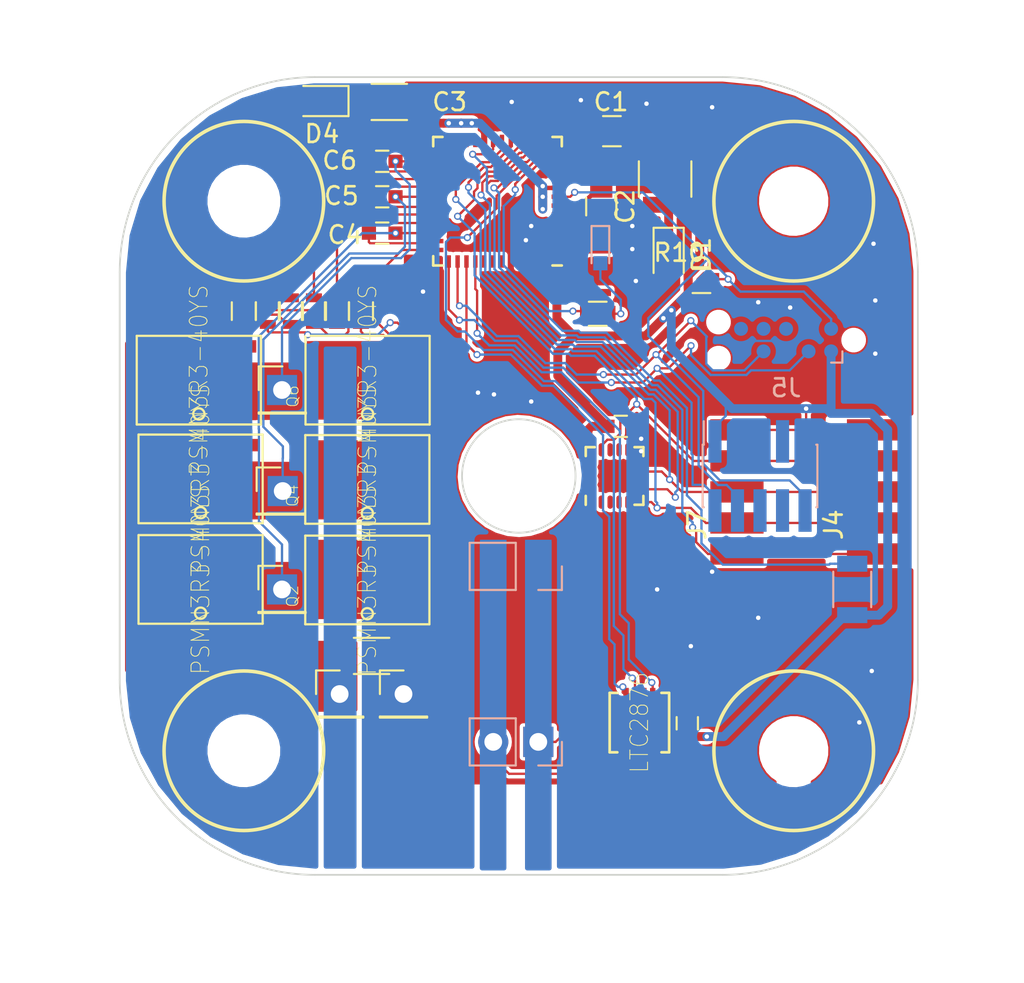
<source format=kicad_pcb>
(kicad_pcb (version 4) (host pcbnew 4.0.6)
  (layers (0 F.Cu signal) (31 B.Cu signal) (34 B.Paste user hide) (35 F.Paste user hide) (36 B.SilkS user) (37 F.SilkS user) (38 B.Mask user) (39 F.Mask user) (44 Edge.Cuts user))
  (net 0 "")
  (net 1 +3V3)
  (net 2 Earth)
  (net 3 "Net-(C2-Pad2)")
  (net 4 VM)
  (net 5 O1)
  (net 6 BOOT1)
  (net 7 O2)
  (net 8 BOOT2)
  (net 9 O3)
  (net 10 BOOT3)
  (net 11 "Net-(D1-Pad1)")
  (net 12 +12V)
  (net 13 "Net-(D5-Pad2)")
  (net 14 NRST)
  (net 15 SWDCLK)
  (net 16 SWDIO)
  (net 17 MOSI)
  (net 18 MISO)
  (net 19 SCK)
  (net 20 RS-B)
  (net 21 RS-A)
  (net 22 "Net-(Q1-Pad4)")
  (net 23 "Net-(Q2-Pad4)")
  (net 24 "Net-(Q3-Pad4)")
  (net 25 "Net-(Q4-Pad4)")
  (net 26 "Net-(Q5-Pad4)")
  (net 27 "Net-(Q6-Pad4)")
  (net 28 H1)
  (net 29 L1)
  (net 30 H2)
  (net 31 L2)
  (net 32 H3)
  (net 33 L3)
  (net 34 "Net-(U1-Pad4)")
  (net 35 "Net-(U1-Pad5)")
  (net 36 DE)
  (net 37 TX)
  (net 38 RX)
  (net 39 "Net-(ID1-Pad1)")
  (net 40 "Net-(R2-Pad1)")
  (net 41 CS_EXTERNAL)
  (net 42 CS_INTERNAL)
  (module Dizzy:VIA-0.4 (layer F.Cu) (at 80.9 56)
    (fp_text reference REF** hide)
    (fp_text value VIA-0.4 hide)
    (pad 1 thru_hole circle (at -0.1 0) (size 0.4 0.4) (drill 0.25) (layers *.Cu) (net 2 Earth))
  )
  (module Dizzy:VIA-0.4 (layer F.Cu) (at 79.1 55.7)
    (fp_text reference REF** hide)
    (fp_text value VIA-0.4 hide)
    (pad 1 thru_hole circle (at -0.1 0) (size 0.4 0.4) (drill 0.25) (layers *.Cu) (net 2 Earth))
  )
  (module Dizzy:VIA-0.4 (layer F.Cu) (at 66.3 51.4)
    (fp_text reference REF** hide)
    (fp_text value VIA-0.4 hide)
    (pad 1 thru_hole circle (at -0.1 0) (size 0.4 0.4) (drill 0.25) (layers *.Cu) (net 2 Earth))
  )
  (module Dizzy:VIA-0.4 (layer F.Cu) (at 66 52.2)
    (fp_text reference REF** hide)
    (fp_text value VIA-0.4 hide)
    (pad 1 thru_hole circle (at -0.1 0) (size 0.4 0.4) (drill 0.25) (layers *.Cu) (net 2 Earth))
  )
  (module Dizzy:VIA-0.4 (layer F.Cu) (at 72.2 54.5)
    (fp_text reference REF** hide)
    (fp_text value VIA-0.4 hide)
    (pad 1 thru_hole circle (at -0.1 0) (size 0.4 0.4) (drill 0.25) (layers *.Cu) (net 2 Earth))
  )
  (module Dizzy:VIA-0.4 (layer F.Cu) (at 72 52.7)
    (fp_text reference REF** hide)
    (fp_text value VIA-0.4 hide)
    (pad 1 thru_hole circle (at -0.1 0) (size 0.4 0.4) (drill 0.25) (layers *.Cu) (net 2 Earth))
  )
  (module Dizzy:VIA-0.4 (layer F.Cu) (at 72 51.4)
    (fp_text reference REF** hide)
    (fp_text value VIA-0.4 hide)
    (pad 1 thru_hole circle (at -0.1 0) (size 0.4 0.4) (drill 0.25) (layers *.Cu) (net 2 Earth))
  )
  (module Dizzy:VIA-0.4 (layer F.Cu) (at 76.5 44.7)
    (fp_text reference REF** hide)
    (fp_text value VIA-0.4 hide)
    (pad 1 thru_hole circle (at -0.1 0) (size 0.4 0.4) (drill 0.25) (layers *.Cu) (net 2 Earth))
  )
  (module Dizzy:VIA-0.4 (layer F.Cu) (at 72.8 44.5)
    (fp_text reference REF** hide)
    (fp_text value VIA-0.4 hide)
    (pad 1 thru_hole circle (at -0.1 0) (size 0.4 0.4) (drill 0.25) (layers *.Cu) (net 2 Earth))
  )
  (module Dizzy:VIA-0.4 (layer F.Cu) (at 69.1 44.3)
    (fp_text reference REF** hide)
    (fp_text value VIA-0.4 hide)
    (pad 1 thru_hole circle (at -0.1 0) (size 0.4 0.4) (drill 0.25) (layers *.Cu) (net 2 Earth))
  )
  (module Dizzy:VIA-0.4 (layer F.Cu) (at 65.2 44.4)
    (fp_text reference REF** hide)
    (fp_text value VIA-0.4 hide)
    (pad 1 thru_hole circle (at -0.1 0) (size 0.4 0.4) (drill 0.25) (layers *.Cu) (net 2 Earth))
  )
  (module Dizzy:VIA-0.4 (layer F.Cu) (at 60.2 55.1)
    (fp_text reference REF** hide)
    (fp_text value VIA-0.4 hide)
    (pad 1 thru_hole circle (at -0.1 0) (size 0.4 0.4) (drill 0.25) (layers *.Cu) (net 2 Earth))
  )
  (module Dizzy:VIA-0.4 (layer F.Cu) (at 66.3 61.3)
    (fp_text reference REF** hide)
    (fp_text value VIA-0.4 hide)
    (pad 1 thru_hole circle (at -0.1 0) (size 0.4 0.4) (drill 0.25) (layers *.Cu) (net 2 Earth))
  )
  (module Dizzy:VIA-0.4 (layer F.Cu) (at 63.3 60.8)
    (fp_text reference REF** hide)
    (fp_text value VIA-0.4 hide)
    (pad 1 thru_hole circle (at -0.1 0) (size 0.4 0.4) (drill 0.25) (layers *.Cu) (net 2 Earth))
  )
  (module Dizzy:VIA-0.4 (layer F.Cu) (at 64.2 60.9)
    (fp_text reference REF** hide)
    (fp_text value VIA-0.4 hide)
    (pad 1 thru_hole circle (at -0.1 0) (size 0.4 0.4) (drill 0.25) (layers *.Cu) (net 2 Earth))
  )
  (module Dizzy:VIA-0.4 (layer F.Cu) (at 84.8 79.4)
    (fp_text reference REF** hide)
    (fp_text value VIA-0.4 hide)
    (pad 1 thru_hole circle (at -0.1 0) (size 0.4 0.4) (drill 0.25) (layers *.Cu) (net 2 Earth))
  )
  (module Dizzy:VIA-0.4 (layer F.Cu) (at 85.5 76.5)
    (fp_text reference REF** hide)
    (fp_text value VIA-0.4 hide)
    (pad 1 thru_hole circle (at -0.1 0) (size 0.4 0.4) (drill 0.25) (layers *.Cu) (net 2 Earth))
  )
  (module Dizzy:VIA-0.4 (layer F.Cu) (at 79.1 73.5)
    (fp_text reference REF** hide)
    (fp_text value VIA-0.4 hide)
    (pad 1 thru_hole circle (at -0.1 0) (size 0.4 0.4) (drill 0.25) (layers *.Cu) (net 2 Earth))
  )
  (module Dizzy:VIA-0.4 (layer F.Cu) (at 75.3 75.1)
    (fp_text reference REF** hide)
    (fp_text value VIA-0.4 hide)
    (pad 1 thru_hole circle (at -0.1 0) (size 0.4 0.4) (drill 0.25) (layers *.Cu) (net 2 Earth))
  )
  (module Dizzy:VIA-0.4 (layer F.Cu) (at 73.4 71.9)
    (fp_text reference REF** hide)
    (fp_text value VIA-0.4 hide)
    (pad 1 thru_hole circle (at -0.1 0) (size 0.4 0.4) (drill 0.25) (layers *.Cu) (net 2 Earth))
  )
  (module Dizzy:VIA-0.4 (layer F.Cu) (at 85.6 52.4)
    (fp_text reference REF** hide)
    (fp_text value VIA-0.4 hide)
    (pad 1 thru_hole circle (at -0.1 0) (size 0.4 0.4) (drill 0.25) (layers *.Cu) (net 2 Earth))
  )
  (module Dizzy:VIA-0.4 (layer F.Cu) (at 85.7 55.6)
    (fp_text reference REF** hide)
    (fp_text value VIA-0.4 hide)
    (pad 1 thru_hole circle (at -0.1 0) (size 0.4 0.4) (drill 0.25) (layers *.Cu) (net 2 Earth))
  )
  (module Dizzy:VIA-0.4 (layer F.Cu) (at 85.7 58.6)
    (fp_text reference REF** hide)
    (fp_text value VIA-0.4 hide)
    (pad 1 thru_hole circle (at -0.1 0) (size 0.4 0.4) (drill 0.25) (layers *.Cu) (net 2 Earth))
  )
  (module Dizzy:VIA-0.4 (layer F.Cu) (at 72.5 64.1)
    (fp_text reference REF** hide)
    (fp_text value VIA-0.4 hide)
    (pad 1 thru_hole circle (at -0.1 0) (size 0.4 0.4) (drill 0.25) (layers *.Cu) (net 2 Earth))
  )
  (module Dizzy:VIA-0.4 (layer F.Cu) (at 72.5 63.4)
    (fp_text reference REF** hide)
    (fp_text value VIA-0.4 hide)
    (pad 1 thru_hole circle (at -0.1 0) (size 0.4 0.4) (drill 0.25) (layers *.Cu) (net 2 Earth))
  )
  (module Mounting_Holes:MountingHole_3.5mm (layer F.Cu) (at 50 81)
    (fp_text reference REF** hide)
    (fp_text value MountingHole_3.5mm)
    (pad 1 np_thru_hole circle (at 0 0) (size 3.5 3.5) (drill 3.5) (layers *.Cu *.Mask))
  )
  (module Mounting_Holes:MountingHole_3.5mm (layer F.Cu) (at 81 81)
    (fp_text reference REF** hide)
    (fp_text value MountingHole_3.5mm)
    (pad 1 np_thru_hole circle (at 0 0) (size 3.5 3.5) (drill 3.5) (layers *.Cu *.Mask))
  )
  (module Mounting_Holes:MountingHole_3.5mm (layer F.Cu) (at 81 50)
    (fp_text reference REF** hide)
    (fp_text value MountingHole_3.5mm)
    (pad 1 np_thru_hole circle (at 0 0) (size 3.5 3.5) (drill 3.5) (layers *.Cu *.Mask))
  )
  (module Capacitors_SMD:C_0805 (layer F.Cu) (at 70.75 46.05 180)
    (fp_text reference C1 (at 0.05 1.65 180) (layer F.SilkS))
    (fp_text value 100uF)
    (pad 1 smd rect (at -1 0 180) (size 1 1.25) (layers F.Cu F.Paste F.Mask) (net 1 +3V3))
    (pad 2 smd rect (at 1 0 180) (size 1 1.25) (layers F.Cu F.Paste F.Mask) (net 2 Earth))
  )
  (module Capacitors_SMD:C_0805 (layer F.Cu) (at 70.15 50.3 90)
    (fp_text reference C2 (at 0 1.35 90) (layer F.SilkS))
    (fp_text value 22uF)
    (pad 1 smd rect (at -1 0 90) (size 1 1.25) (layers F.Cu F.Paste F.Mask) (net 2 Earth))
    (pad 2 smd rect (at 1 0 90) (size 1 1.25) (layers F.Cu F.Paste F.Mask) (net 3 "Net-(C2-Pad2)"))
  )
  (module Capacitors_SMD:C_0603 (layer F.Cu) (at 57.8 51.8)
    (fp_text reference C4 (at -2.1 0.1) (layer F.SilkS))
    (fp_text value 1uF)
    (pad 2 smd rect (at 0.75 0) (size 0.8 0.75) (layers F.Cu F.Paste F.Mask) (net 5 O1))
    (pad 1 smd rect (at -0.75 0) (size 0.8 0.75) (layers F.Cu F.Paste F.Mask) (net 6 BOOT1))
  )
  (module Capacitors_SMD:C_0603 (layer F.Cu) (at 57.8 49.75)
    (fp_text reference C5 (at -2.3 -0.05) (layer F.SilkS))
    (fp_text value 1uF)
    (pad 2 smd rect (at 0.75 0) (size 0.8 0.75) (layers F.Cu F.Paste F.Mask) (net 7 O2))
    (pad 1 smd rect (at -0.75 0) (size 0.8 0.75) (layers F.Cu F.Paste F.Mask) (net 8 BOOT2))
  )
  (module Capacitors_SMD:C_0603 (layer F.Cu) (at 57.8 47.75)
    (fp_text reference C6 (at -2.4 -0.05) (layer F.SilkS))
    (fp_text value 1uF)
    (pad 2 smd rect (at 0.75 0) (size 0.8 0.75) (layers F.Cu F.Paste F.Mask) (net 9 O3))
    (pad 1 smd rect (at -0.75 0) (size 0.8 0.75) (layers F.Cu F.Paste F.Mask) (net 10 BOOT3))
  )
  (module Capacitors_SMD:C_0603 (layer F.Cu) (at 75 79.45 270)
    (fp_text reference C7 hide)
    (fp_text value 1uF)
    (pad 2 smd rect (at 0.75 0 270) (size 0.8 0.75) (layers F.Cu F.Paste F.Mask) (net 1 +3V3))
    (pad 1 smd rect (at -0.75 0 270) (size 0.8 0.75) (layers F.Cu F.Paste F.Mask) (net 2 Earth))
  )
  (module Capacitors_SMD:C_0603 (layer F.Cu) (at 71.25 62.7 180)
    (fp_text reference C8 hide)
    (fp_text value 0.1uF)
    (pad 2 smd rect (at 0.75 0 180) (size 0.8 0.75) (layers F.Cu F.Paste F.Mask) (net 1 +3V3))
    (pad 1 smd rect (at -0.75 0 180) (size 0.8 0.75) (layers F.Cu F.Paste F.Mask) (net 2 Earth))
  )
  (module Diodes_SMD:D_SOD-323F (layer F.Cu) (at 73.95 53 270)
    (fp_text reference D1 (at 0 -1.85 270) (layer F.SilkS))
    (fp_text value CD0603-B0340R)
    (pad 1 smd rect (at -1.1 0 270) (size 0.5 0.5) (layers F.Cu F.Paste F.Mask) (net 11 "Net-(D1-Pad1)"))
    (pad 2 smd rect (at 1.1 0 270) (size 0.5 0.5) (layers F.Cu F.Paste F.Mask) (net 2 Earth))
  )
  (module Diodes_SMD:D_SOD-323F (layer F.Cu) (at 54.4 44.35 180)
    (fp_text reference D4 (at 0 -1.85 180) (layer F.SilkS))
    (fp_text value D)
    (pad 1 smd rect (at -1.1 0 180) (size 0.5 0.5) (layers F.Cu F.Paste F.Mask) (net 4 VM))
    (pad 2 smd rect (at 1.1 0 180) (size 0.5 0.5) (layers F.Cu F.Paste F.Mask) (net 12 +12V))
  )
  (module LEDs:LED_0603 (layer B.Cu) (at 70.1 52.7 270)
    (fp_text reference D5 hide)
    (fp_text value STATUS)
    (pad 2 smd rect (at 0.8 0 90) (size 0.8 0.8) (layers B.Cu B.Paste B.Mask) (net 13 "Net-(D5-Pad2)"))
    (pad 1 smd rect (at -0.8 0 90) (size 0.8 0.8) (layers B.Cu B.Paste B.Mask) (net 2 Earth))
  )
  (module Resistors_SMD:R_1206 (layer B.Cu) (at 84.3 71.9 270)
    (fp_text reference ID1 hide)
    (fp_text value ID)
    (pad 1 smd rect (at -1.45 0 270) (size 0.9 1.7) (layers B.Cu B.Paste B.Mask) (net 39 "Net-(ID1-Pad1)"))
    (pad 2 smd rect (at 1.45 0 270) (size 0.9 1.7) (layers B.Cu B.Paste B.Mask) (net 1 +3V3))
  )
  (module Pin_Headers:Pin_Header_Straight_1x02_Pitch2.54mm (layer B.Cu) (at 66.6 80.5 90)
    (fp_text reference J3 hide)
    (fp_text value RS485)
    (pad 1 thru_hole rect (at 0 0 90) (size 1.7 1.7) (drill 1) (layers *.Cu *.Mask) (net 20 RS-B))
    (pad 2 thru_hole oval (at 0 -2.54 90) (size 1.7 1.7) (drill 1) (layers *.Cu *.Mask) (net 21 RS-A))
  )
  (module Pin_Headers:Pin_Header_Straight_1x01_Pitch2.54mm (layer F.Cu) (at 55.4 77.8)
    (fp_text reference J6 hide)
    (fp_text value 12)
    (pad 1 thru_hole rect (at 0 0) (size 1.7 1.7) (drill 1) (layers *.Cu *.Mask) (net 12 +12V))
  )
  (module Pin_Headers:Pin_Header_Straight_1x01_Pitch2.54mm (layer F.Cu) (at 59 77.8)
    (fp_text reference J9 hide)
    (fp_text value GND)
    (pad 1 thru_hole rect (at 0 0) (size 1.7 1.7) (drill 1) (layers *.Cu *.Mask) (net 2 Earth))
  )
  (module Pin_Headers:Pin_Header_Straight_1x01_Pitch2.54mm (layer F.Cu) (at 52.15 71.9)
    (fp_text reference J11 hide)
    (fp_text value V)
    (pad 1 thru_hole rect (at 0 0) (size 1.7 1.7) (drill 1) (layers *.Cu *.Mask) (net 5 O1))
  )
  (module Pin_Headers:Pin_Header_Straight_1x01_Pitch2.54mm (layer F.Cu) (at 52.05 66.35)
    (fp_text reference J12 hide)
    (fp_text value U)
    (pad 1 thru_hole rect (at 0.14 0) (size 1.7 1.7) (drill 1) (layers *.Cu *.Mask) (net 7 O2))
  )
  (module Pin_Headers:Pin_Header_Straight_1x01_Pitch2.54mm (layer F.Cu) (at 52.17 60.65)
    (fp_text reference J13 hide)
    (fp_text value W)
    (pad 1 thru_hole rect (at -0.02 0) (size 1.7 1.7) (drill 1) (layers *.Cu *.Mask) (net 9 O3))
  )
  (module Inductors_SMD:L_1210 (layer F.Cu) (at 73.75 48.75 90)
    (fp_text reference L1 hide)
    (fp_text value 22uH)
    (pad 1 smd rect (at -1.45 0 90) (size 0.9 2.5) (layers F.Cu F.Paste F.Mask) (net 11 "Net-(D1-Pad1)"))
    (pad 2 smd rect (at 1.45 0 90) (size 0.9 2.5) (layers F.Cu F.Paste F.Mask) (net 1 +3V3))
  )
  (module Dizzy:PSMN3R3-40YS (layer F.Cu) (at 47.56 71.335 90)
    (fp_text reference Q1 hide)
    (fp_text value PSMN3R3-40YS (at 0 0 90) (layer F.SilkS) (effects (font (size 1 0.9) (thickness 0.05))))
    (pad 1 smd rect (at -1.905 2.54) (size 1.4 0.7) (layers F.Cu F.Paste F.Mask) (net 5 O1))
    (pad 2 smd rect (at -0.635 2.54) (size 1.4 0.7) (layers F.Cu F.Paste F.Mask) (net 5 O1))
    (pad 3 smd rect (at 0.635 2.54) (size 1.4 0.7) (layers F.Cu F.Paste F.Mask) (net 5 O1))
    (pad 4 smd rect (at 1.905 2.54) (size 1.4 0.7) (layers F.Cu F.Paste F.Mask) (net 22 "Net-(Q1-Pad4)"))
    (pad 5678 smd rect (at 0 -1.27) (size 4.3 4.41) (layers F.Cu F.Paste F.Mask) (net 12 +12V))
  )
  (module Dizzy:PSMN3R3-40YS (layer F.Cu) (at 47.56 65.665 90)
    (fp_text reference Q3 hide)
    (fp_text value PSMN3R3-40YS (at 0 0 90) (layer F.SilkS) (effects (font (size 1 0.9) (thickness 0.05))))
    (pad 1 smd rect (at -1.905 2.54) (size 1.4 0.7) (layers F.Cu F.Paste F.Mask) (net 7 O2))
    (pad 2 smd rect (at -0.635 2.54) (size 1.4 0.7) (layers F.Cu F.Paste F.Mask) (net 7 O2))
    (pad 3 smd rect (at 0.635 2.54) (size 1.4 0.7) (layers F.Cu F.Paste F.Mask) (net 7 O2))
    (pad 4 smd rect (at 1.905 2.54) (size 1.4 0.7) (layers F.Cu F.Paste F.Mask) (net 24 "Net-(Q3-Pad4)"))
    (pad 5678 smd rect (at 0 -1.27) (size 4.3 4.41) (layers F.Cu F.Paste F.Mask) (net 12 +12V))
  )
  (module Dizzy:PSMN3R3-40YS (layer F.Cu) (at 47.46 60.095 90)
    (fp_text reference Q5 hide)
    (fp_text value PSMN3R3-40YS (at 0 0 90) (layer F.SilkS) (effects (font (size 1 0.9) (thickness 0.05))))
    (pad 1 smd rect (at -1.905 2.54) (size 1.4 0.7) (layers F.Cu F.Paste F.Mask) (net 9 O3))
    (pad 2 smd rect (at -0.635 2.54) (size 1.4 0.7) (layers F.Cu F.Paste F.Mask) (net 9 O3))
    (pad 3 smd rect (at 0.635 2.54) (size 1.4 0.7) (layers F.Cu F.Paste F.Mask) (net 9 O3))
    (pad 4 smd rect (at 1.905 2.54) (size 1.4 0.7) (layers F.Cu F.Paste F.Mask) (net 26 "Net-(Q5-Pad4)"))
    (pad 5678 smd rect (at 0 -1.27) (size 4.3 4.41) (layers F.Cu F.Paste F.Mask) (net 12 +12V))
  )
  (module Resistors_SMD:R_0603 (layer F.Cu) (at 69.95 56.35)
    (fp_text reference R2 hide)
    (fp_text value 390)
    (pad 1 smd rect (at -0.75 0) (size 0.5 0.9) (layers F.Cu F.Paste F.Mask) (net 40 "Net-(R2-Pad1)"))
    (pad 2 smd rect (at 0.75 0) (size 0.5 0.9) (layers F.Cu F.Paste F.Mask) (net 13 "Net-(D5-Pad2)"))
  )
  (module Resistors_SMD:R_0603 (layer F.Cu) (at 55.25 56.2 90)
    (fp_text reference R3 hide)
    (fp_text value 10)
    (pad 1 smd rect (at -0.75 0 90) (size 0.5 0.9) (layers F.Cu F.Paste F.Mask) (net 22 "Net-(Q1-Pad4)"))
    (pad 2 smd rect (at 0.75 0 90) (size 0.5 0.9) (layers F.Cu F.Paste F.Mask) (net 28 H1))
  )
  (module Resistors_SMD:R_0603 (layer F.Cu) (at 56.6 56.2 90)
    (fp_text reference R4 hide)
    (fp_text value 10)
    (pad 1 smd rect (at -0.75 0 90) (size 0.5 0.9) (layers F.Cu F.Paste F.Mask) (net 23 "Net-(Q2-Pad4)"))
    (pad 2 smd rect (at 0.75 0 90) (size 0.5 0.9) (layers F.Cu F.Paste F.Mask) (net 29 L1))
  )
  (module Resistors_SMD:R_0603 (layer F.Cu) (at 52.65 56.2 90)
    (fp_text reference R5 hide)
    (fp_text value 10)
    (pad 1 smd rect (at -0.75 0 90) (size 0.5 0.9) (layers F.Cu F.Paste F.Mask) (net 24 "Net-(Q3-Pad4)"))
    (pad 2 smd rect (at 0.75 0 90) (size 0.5 0.9) (layers F.Cu F.Paste F.Mask) (net 30 H2))
  )
  (module Resistors_SMD:R_0603 (layer F.Cu) (at 53.95 56.2 90)
    (fp_text reference R6 hide)
    (fp_text value 10)
    (pad 1 smd rect (at -0.75 0 90) (size 0.5 0.9) (layers F.Cu F.Paste F.Mask) (net 25 "Net-(Q4-Pad4)"))
    (pad 2 smd rect (at 0.75 0 90) (size 0.5 0.9) (layers F.Cu F.Paste F.Mask) (net 31 L2))
  )
  (module Resistors_SMD:R_0603 (layer F.Cu) (at 50 56.2 90)
    (fp_text reference R7 hide)
    (fp_text value 10)
    (pad 1 smd rect (at -0.75 0 90) (size 0.5 0.9) (layers F.Cu F.Paste F.Mask) (net 26 "Net-(Q5-Pad4)"))
    (pad 2 smd rect (at 0.75 0 90) (size 0.5 0.9) (layers F.Cu F.Paste F.Mask) (net 32 H3))
  )
  (module Resistors_SMD:R_0603 (layer F.Cu) (at 51.35 56.2 90)
    (fp_text reference R8 hide)
    (fp_text value 10)
    (pad 1 smd rect (at -0.75 0 90) (size 0.5 0.9) (layers F.Cu F.Paste F.Mask) (net 27 "Net-(Q6-Pad4)"))
    (pad 2 smd rect (at 0.75 0 90) (size 0.5 0.9) (layers F.Cu F.Paste F.Mask) (net 33 L3))
  )
  (module Dizzy:STSPIN32-nopad (layer F.Cu) (at 64.3 50 180)
    (fp_text reference U1 hide)
    (fp_text value STSPIN32F0)
    (pad 1 smd rect (at -3.4 -2.75 180) (size 0.7 0.25) (layers F.Cu F.Paste F.Mask))
    (pad 2 smd rect (at -3.4 -2.25 180) (size 0.7 0.25) (layers F.Cu F.Paste F.Mask))
    (pad 3 smd rect (at -3.4 -1.75 180) (size 0.7 0.25) (layers F.Cu F.Paste F.Mask))
    (pad 4 smd rect (at -3.4 -1.25 180) (size 0.7 0.25) (layers F.Cu F.Paste F.Mask) (net 34 "Net-(U1-Pad4)"))
    (pad 5 smd rect (at -3.4 -0.75 180) (size 0.7 0.25) (layers F.Cu F.Paste F.Mask) (net 35 "Net-(U1-Pad5)"))
    (pad 6 smd rect (at -3.4 -0.25 180) (size 0.7 0.25) (layers F.Cu F.Paste F.Mask) (net 3 "Net-(C2-Pad2)"))
    (pad 7 smd rect (at -3.4 0.25 180) (size 0.7 0.25) (layers F.Cu F.Paste F.Mask) (net 14 NRST))
    (pad 8 smd rect (at -3.4 0.75 180) (size 0.7 0.25) (layers F.Cu F.Paste F.Mask) (net 4 VM))
    (pad 9 smd rect (at -3.4 1.25 180) (size 0.7 0.25) (layers F.Cu F.Paste F.Mask) (net 11 "Net-(D1-Pad1)"))
    (pad 10 smd rect (at -3.4 1.75 180) (size 0.7 0.25) (layers F.Cu F.Paste F.Mask) (net 1 +3V3))
    (pad 11 smd rect (at -3.4 2.25 180) (size 0.7 0.25) (layers F.Cu F.Paste F.Mask) (net 40 "Net-(R2-Pad1)"))
    (pad 12 smd rect (at -3.4 2.75 180) (size 0.7 0.25) (layers F.Cu F.Paste F.Mask) (net 36 DE))
    (pad 13 smd rect (at -2.75 3.4 270) (size 0.7 0.25) (layers F.Cu F.Paste F.Mask) (net 39 "Net-(ID1-Pad1)"))
    (pad 14 smd rect (at -2.25 3.4 270) (size 0.7 0.25) (layers F.Cu F.Paste F.Mask))
    (pad 15 smd rect (at -1.75 3.4 270) (size 0.7 0.25) (layers F.Cu F.Paste F.Mask) (net 42 CS_INTERNAL))
    (pad 16 smd rect (at -1.25 3.4 270) (size 0.7 0.25) (layers F.Cu F.Paste F.Mask) (net 19 SCK))
    (pad 17 smd rect (at -0.75 3.4 270) (size 0.7 0.25) (layers F.Cu F.Paste F.Mask) (net 18 MISO))
    (pad 18 smd rect (at -0.25 3.4 270) (size 0.7 0.25) (layers F.Cu F.Paste F.Mask) (net 17 MOSI))
    (pad 19 smd rect (at 0.25 3.4 270) (size 0.7 0.25) (layers F.Cu F.Paste F.Mask) (net 41 CS_EXTERNAL))
    (pad 20 smd rect (at 0.75 3.4 270) (size 0.7 0.25) (layers F.Cu F.Paste F.Mask) (net 2 Earth))
    (pad 21 smd rect (at 1.25 3.4 270) (size 0.7 0.25) (layers F.Cu F.Paste F.Mask))
    (pad 22 smd rect (at 1.75 3.4 270) (size 0.7 0.25) (layers F.Cu F.Paste F.Mask))
    (pad 23 smd rect (at 2.25 3.4 270) (size 0.7 0.25) (layers F.Cu F.Paste F.Mask))
    (pad 24 smd rect (at 2.75 3.4 270) (size 0.7 0.25) (layers F.Cu F.Paste F.Mask))
    (pad 25 smd rect (at 3.4 2.75 180) (size 0.7 0.25) (layers F.Cu F.Paste F.Mask) (net 32 H3))
    (pad 26 smd rect (at 3.4 2.25 180) (size 0.7 0.25) (layers F.Cu F.Paste F.Mask) (net 9 O3))
    (pad 27 smd rect (at 3.4 1.75 180) (size 0.7 0.25) (layers F.Cu F.Paste F.Mask) (net 10 BOOT3))
    (pad 28 smd rect (at 3.4 1.25 180) (size 0.7 0.25) (layers F.Cu F.Paste F.Mask) (net 33 L3))
    (pad 29 smd rect (at 3.4 0.75 180) (size 0.7 0.25) (layers F.Cu F.Paste F.Mask) (net 30 H2))
    (pad 30 smd rect (at 3.4 0.25 180) (size 0.7 0.25) (layers F.Cu F.Paste F.Mask) (net 7 O2))
    (pad 31 smd rect (at 3.4 -0.25 180) (size 0.7 0.25) (layers F.Cu F.Paste F.Mask) (net 8 BOOT2))
    (pad 32 smd rect (at 3.4 -0.75 180) (size 0.7 0.25) (layers F.Cu F.Paste F.Mask) (net 31 L2))
    (pad 33 smd rect (at 3.4 -1.25 180) (size 0.7 0.25) (layers F.Cu F.Paste F.Mask) (net 28 H1))
    (pad 34 smd rect (at 3.4 -1.75 180) (size 0.7 0.25) (layers F.Cu F.Paste F.Mask) (net 5 O1))
    (pad 35 smd rect (at 3.4 -2.25 180) (size 0.7 0.25) (layers F.Cu F.Paste F.Mask) (net 6 BOOT1))
    (pad 36 smd rect (at 3.4 -2.75 180) (size 0.7 0.25) (layers F.Cu F.Paste F.Mask) (net 29 L1))
    (pad 37 smd rect (at 2.75 -3.4 270) (size 0.7 0.25) (layers F.Cu F.Paste F.Mask) (net 16 SWDIO))
    (pad 38 smd rect (at 2.25 -3.4 270) (size 0.7 0.25) (layers F.Cu F.Paste F.Mask) (net 15 SWDCLK))
    (pad 39 smd rect (at 1.75 -3.4 270) (size 0.7 0.25) (layers F.Cu F.Paste F.Mask) (net 37 TX))
    (pad 40 smd rect (at 1.25 -3.4 270) (size 0.7 0.25) (layers F.Cu F.Paste F.Mask) (net 38 RX))
    (pad 41 smd rect (at 0.75 -3.4 270) (size 0.7 0.25) (layers F.Cu F.Paste F.Mask))
    (pad 42 smd rect (at 0.25 -3.4 270) (size 0.7 0.25) (layers F.Cu F.Paste F.Mask))
    (pad 43 smd rect (at -0.25 -3.4 270) (size 0.7 0.25) (layers F.Cu F.Paste F.Mask))
    (pad 44 smd rect (at -0.75 -3.4 270) (size 0.7 0.25) (layers F.Cu F.Paste F.Mask) (net 2 Earth))
    (pad 45 smd rect (at -1.25 -3.4 270) (size 0.7 0.25) (layers F.Cu F.Paste F.Mask))
    (pad 46 smd rect (at -1.75 -3.4 270) (size 0.7 0.25) (layers F.Cu F.Paste F.Mask))
    (pad 47 smd rect (at -2.25 -3.4 270) (size 0.7 0.25) (layers F.Cu F.Paste F.Mask))
    (pad 48 smd rect (at -2.75 -3.4 270) (size 0.7 0.25) (layers F.Cu F.Paste F.Mask) (net 1 +3V3))
    (pad 49 smd rect (at -0.7 -0.8 180) (size 1 1) (layers F.Cu F.Paste F.Mask) (net 2 Earth))
  )
  (module Dizzy:LTC2876 (layer F.Cu) (at 72.3 79.4113 270)
    (fp_text reference U2 hide)
    (fp_text value LTC2876 (at 0 0 270) (layer F.SilkS) (effects (font (size 1 0.9) (thickness 0.05))))
    (pad 1 smd rect (at -1.5113 -0.75 270) (size 0.889 0.3048) (layers F.Cu F.Paste F.Mask) (net 38 RX))
    (pad 2 smd rect (at -1.5113 -0.25 270) (size 0.889 0.3048) (layers F.Cu F.Paste F.Mask) (net 36 DE))
    (pad 3 smd rect (at -1.5113 0.25 270) (size 0.889 0.3048) (layers F.Cu F.Paste F.Mask) (net 36 DE))
    (pad 4 smd rect (at -1.5113 0.75 270) (size 0.889 0.3048) (layers F.Cu F.Paste F.Mask) (net 37 TX))
    (pad 5 smd rect (at 1.5113 0.75 270) (size 0.889 0.3048) (layers F.Cu F.Paste F.Mask) (net 2 Earth))
    (pad 6 smd rect (at 1.5113 0.25 270) (size 0.889 0.3048) (layers F.Cu F.Paste F.Mask) (net 21 RS-A))
    (pad 7 smd rect (at 1.5113 -0.25 270) (size 0.889 0.3048) (layers F.Cu F.Paste F.Mask) (net 20 RS-B))
    (pad 8 smd rect (at 1.5113 -0.75 270) (size 0.889 0.3048) (layers F.Cu F.Paste F.Mask) (net 1 +3V3))
    (pad 9 smd rect (at 0 0.1 270) (size 0.6 2) (layers F.Cu F.Paste F.Mask) (net 2 Earth))
  )
  (module Housings_DFN_QFN:QFN-16-1EP_3x3mm_Pitch0.5mm (layer F.Cu) (at 70.9 65.5 90)
    (fp_text reference U3 hide)
    (fp_text value MA700)
    (pad 1 smd oval (at -1.475 -0.75 90) (size 0.75 0.3) (layers F.Cu F.Paste F.Mask))
    (pad 2 smd oval (at -1.475 -0.25 90) (size 0.75 0.3) (layers F.Cu F.Paste F.Mask))
    (pad 3 smd oval (at -1.475 0.25 90) (size 0.75 0.3) (layers F.Cu F.Paste F.Mask))
    (pad 4 smd oval (at -1.475 0.75 90) (size 0.75 0.3) (layers F.Cu F.Paste F.Mask) (net 17 MOSI))
    (pad 5 smd oval (at -0.75 1.475 180) (size 0.75 0.3) (layers F.Cu F.Paste F.Mask) (net 42 CS_INTERNAL))
    (pad 6 smd oval (at -0.25 1.475 180) (size 0.75 0.3) (layers F.Cu F.Paste F.Mask))
    (pad 7 smd oval (at 0.25 1.475 180) (size 0.75 0.3) (layers F.Cu F.Paste F.Mask) (net 18 MISO))
    (pad 8 smd oval (at 0.75 1.475 180) (size 0.75 0.3) (layers F.Cu F.Paste F.Mask) (net 2 Earth))
    (pad 9 smd oval (at 1.475 0.75 90) (size 0.75 0.3) (layers F.Cu F.Paste F.Mask))
    (pad 10 smd oval (at 1.475 0.25 90) (size 0.75 0.3) (layers F.Cu F.Paste F.Mask))
    (pad 11 smd oval (at 1.475 -0.25 90) (size 0.75 0.3) (layers F.Cu F.Paste F.Mask))
    (pad 12 smd oval (at 1.475 -0.75 90) (size 0.75 0.3) (layers F.Cu F.Paste F.Mask) (net 19 SCK))
    (pad 13 smd oval (at 0.75 -1.475 180) (size 0.75 0.3) (layers F.Cu F.Paste F.Mask) (net 1 +3V3))
    (pad 14 smd oval (at 0.25 -1.475 180) (size 0.75 0.3) (layers F.Cu F.Paste F.Mask))
    (pad 15 smd oval (at -0.25 -1.475 180) (size 0.75 0.3) (layers F.Cu F.Paste F.Mask))
    (pad 16 smd oval (at -0.75 -1.475 180) (size 0.75 0.3) (layers F.Cu F.Paste F.Mask))
    (pad 17 smd rect (at 0.45 0.45 90) (size 0.9 0.9) (layers F.Cu F.Paste F.Mask) (net 2 Earth))
    (pad 17 smd rect (at 0.45 -0.45 90) (size 0.9 0.9) (layers F.Cu F.Paste F.Mask) (net 2 Earth))
    (pad 17 smd rect (at -0.45 0.45 90) (size 0.9 0.9) (layers F.Cu F.Paste F.Mask) (net 2 Earth))
    (pad 17 smd rect (at -0.45 -0.45 90) (size 0.9 0.9) (layers F.Cu F.Paste F.Mask) (net 2 Earth))
  )
  (module Dizzy:Oscillator (layer F.Cu) (at 67.7 55.15 90)
    (fp_text reference Y1 hide)
    (fp_text value 8Mhz)
    (pad 1 smd rect (at 0 2.3 90) (size 0.4 1.4) (layers F.Cu F.Paste F.Mask) (net 34 "Net-(U1-Pad4)"))
    (pad 2 smd rect (at 1.2 2.3 90) (size 0.4 1.4) (layers F.Cu F.Paste F.Mask) (net 2 Earth))
    (pad 3 smd rect (at 2.4 2.3 90) (size 0.4 1.4) (layers F.Cu F.Paste F.Mask) (net 35 "Net-(U1-Pad5)"))
  )
  (module Capacitors_SMD:C_1206 (layer F.Cu) (at 58.2 44.4)
    (fp_text reference C3 (at 3.4 0) (layer F.SilkS))
    (fp_text value 1uF)
    (pad 1 smd rect (at -1.5 0) (size 1 1.6) (layers F.Cu F.Paste F.Mask) (net 4 VM))
    (pad 2 smd rect (at 1.5 0) (size 1 1.6) (layers F.Cu F.Paste F.Mask) (net 2 Earth))
  )
  (module Pin_Headers:Pin_Header_Straight_2x05_Pitch1.27mm_SMD (layer B.Cu) (at 79.1 65.5 270)
    (fp_text reference J1 hide)
    (fp_text value CONN_02X05)
    (pad 1 smd rect (at -1.95 2.54 270) (size 2.4 0.74) (layers B.Cu B.Paste B.Mask) (net 1 +3V3))
    (pad 2 smd rect (at 1.95 2.54 270) (size 2.4 0.74) (layers B.Cu B.Paste B.Mask) (net 16 SWDIO))
    (pad 3 smd rect (at -1.95 1.27 270) (size 2.4 0.74) (layers B.Cu B.Paste B.Mask) (net 2 Earth))
    (pad 4 smd rect (at 1.95 1.27 270) (size 2.4 0.74) (layers B.Cu B.Paste B.Mask) (net 15 SWDCLK))
    (pad 5 smd rect (at -1.95 0 270) (size 2.4 0.74) (layers B.Cu B.Paste B.Mask) (net 2 Earth))
    (pad 6 smd rect (at 1.95 0 270) (size 2.4 0.74) (layers B.Cu B.Paste B.Mask))
    (pad 7 smd rect (at -1.95 -1.27 270) (size 2.4 0.74) (layers B.Cu B.Paste B.Mask))
    (pad 8 smd rect (at 1.95 -1.27 270) (size 2.4 0.74) (layers B.Cu B.Paste B.Mask))
    (pad 9 smd rect (at -1.95 -2.54 270) (size 2.4 0.74) (layers B.Cu B.Paste B.Mask) (net 2 Earth))
    (pad 10 smd rect (at 1.95 -2.54 270) (size 2.4 0.74) (layers B.Cu B.Paste B.Mask) (net 14 NRST))
  )
  (module Pin_Headers:Pin_Header_Straight_1x02_Pitch2.54mm (layer B.Cu) (at 66.6 70.6 90)
    (fp_text reference J2 hide)
    (fp_text value RS485)
    (pad 1 smd rect (at 0 0 90) (size 3 1.5) (layers B.Cu B.Paste B.Mask) (net 20 RS-B))
    (pad 2 smd rect (at 0 -2.54 90) (size 3 1.5) (layers B.Cu B.Paste B.Mask) (net 21 RS-A))
  )
  (module Resistors_SMD:R_0603 (layer F.Cu) (at 75.8 54.5)
    (fp_text reference R10 (at -1.25 -1.6) (layer F.SilkS))
    (fp_text value 10k)
    (pad 1 smd rect (at -0.75 0) (size 0.5 0.9) (layers F.Cu F.Paste F.Mask) (net 1 +3V3))
    (pad 2 smd rect (at 0.75 0) (size 0.5 0.9) (layers F.Cu F.Paste F.Mask) (net 14 NRST))
  )
  (module Mounting_Holes:MountingHole_3.5mm (layer F.Cu) (at 50 50)
    (fp_text reference REF** hide)
    (fp_text value MountingHole_3.5mm)
    (pad 1 np_thru_hole circle (at 0 0) (size 3.5 3.5) (drill 3.5) (layers *.Cu *.Mask))
  )
  (module Capacitors_SMD:C_1206 (layer F.Cu) (at 57.2 75.65)
    (fp_text reference C9 hide)
    (fp_text value 1uF)
    (pad 1 smd rect (at -1.5 0) (size 1 1.6) (layers F.Cu F.Paste F.Mask) (net 12 +12V))
    (pad 2 smd rect (at 1.5 0) (size 1 1.6) (layers F.Cu F.Paste F.Mask) (net 2 Earth))
  )
  (module Dizzy:PSMN3R3-40YS (layer F.Cu) (at 56.96 71.365 90)
    (fp_text reference Q2 (at -0.9144 -4.2164 90) (layer F.SilkS) (effects (font (size 0.64 0.64) (thickness 0.05))))
    (fp_text value PSMN3R3-40YS (at 0 0 90) (layer F.SilkS) (effects (font (size 1 0.9) (thickness 0.05))))
    (pad 1 smd rect (at -1.905 2.54) (size 1.4 0.7) (layers F.Cu F.Paste F.Mask) (net 2 Earth))
    (pad 2 smd rect (at -0.635 2.54) (size 1.4 0.7) (layers F.Cu F.Paste F.Mask) (net 2 Earth))
    (pad 3 smd rect (at 0.635 2.54) (size 1.4 0.7) (layers F.Cu F.Paste F.Mask) (net 2 Earth))
    (pad 4 smd rect (at 1.905 2.54) (size 1.4 0.7) (layers F.Cu F.Paste F.Mask) (net 23 "Net-(Q2-Pad4)"))
    (pad 5678 smd rect (at 0 -1.27) (size 4.3 4.41) (layers F.Cu F.Paste F.Mask) (net 5 O1))
  )
  (module Dizzy:PSMN3R3-40YS (layer F.Cu) (at 56.96 65.695 90)
    (fp_text reference Q4 (at -0.9144 -4.2164 90) (layer F.SilkS) (effects (font (size 0.64 0.64) (thickness 0.05))))
    (fp_text value PSMN3R3-40YS (at 0 0 90) (layer F.SilkS) (effects (font (size 1 0.9) (thickness 0.05))))
    (pad 1 smd rect (at -1.905 2.54) (size 1.4 0.7) (layers F.Cu F.Paste F.Mask) (net 2 Earth))
    (pad 2 smd rect (at -0.635 2.54) (size 1.4 0.7) (layers F.Cu F.Paste F.Mask) (net 2 Earth))
    (pad 3 smd rect (at 0.635 2.54) (size 1.4 0.7) (layers F.Cu F.Paste F.Mask) (net 2 Earth))
    (pad 4 smd rect (at 1.905 2.54) (size 1.4 0.7) (layers F.Cu F.Paste F.Mask) (net 25 "Net-(Q4-Pad4)"))
    (pad 5678 smd rect (at 0 -1.27) (size 4.3 4.41) (layers F.Cu F.Paste F.Mask) (net 7 O2))
  )
  (module Dizzy:PSMN3R3-40YS (layer F.Cu) (at 56.975 60.095 90)
    (fp_text reference Q6 (at -0.9144 -4.2164 90) (layer F.SilkS) (effects (font (size 0.64 0.64) (thickness 0.05))))
    (fp_text value PSMN3R3-40YS (at 0 0 90) (layer F.SilkS) (effects (font (size 1 0.9) (thickness 0.05))))
    (pad 1 smd rect (at -1.905 2.54) (size 1.4 0.7) (layers F.Cu F.Paste F.Mask) (net 2 Earth))
    (pad 2 smd rect (at -0.635 2.54) (size 1.4 0.7) (layers F.Cu F.Paste F.Mask) (net 2 Earth))
    (pad 3 smd rect (at 0.635 2.54) (size 1.4 0.7) (layers F.Cu F.Paste F.Mask) (net 2 Earth))
    (pad 4 smd rect (at 1.905 2.54) (size 1.4 0.7) (layers F.Cu F.Paste F.Mask) (net 27 "Net-(Q6-Pad4)"))
    (pad 5678 smd rect (at 0 -1.27) (size 4.3 4.41) (layers F.Cu F.Paste F.Mask) (net 9 O3))
  )
  (module Dizzy:VIA-0.4 (layer F.Cu) (at 76.5 70.9)
    (fp_text reference REF** hide)
    (fp_text value VIA-0.4 hide)
    (pad 1 thru_hole circle (at -0.1 0) (size 0.4 0.4) (drill 0.25) (layers *.Cu) (net 2 Earth))
  )
  (module Connectors:Tag-Connect_TC2050-IDC-NL (layer B.Cu) (at 80.57 57.835 180)
    (fp_text reference J5 (at 0 -2.7 180) (layer B.SilkS) (effects (justify mirror)))
    (fp_text value JTAG)
    (pad "" np_thru_hole circle (at 3.81 1.016 180) (size 0.9906 0.9906) (drill 0.9906) (layers *.Cu *.Mask))
    (pad "" np_thru_hole circle (at 3.81 -1.016 180) (size 0.9906 0.9906) (drill 0.9906) (layers *.Cu *.Mask))
    (pad "" np_thru_hole circle (at -3.81 0 180) (size 0.9906 0.9906) (drill 0.9906) (layers *.Cu *.Mask))
    (pad 1 connect circle (at -2.54 -0.635 180) (size 0.7874 0.7874) (layers B.Cu B.Mask) (net 1 +3V3))
    (pad 2 connect circle (at -1.27 -0.635 180) (size 0.7874 0.7874) (layers B.Cu B.Mask) (net 16 SWDIO))
    (pad 3 connect circle (at 0 -0.635 180) (size 0.7874 0.7874) (layers B.Cu B.Mask) (net 2 Earth))
    (pad 4 connect circle (at 1.27 -0.635 180) (size 0.7874 0.7874) (layers B.Cu B.Mask) (net 15 SWDCLK))
    (pad 5 connect circle (at 2.54 -0.635 180) (size 0.7874 0.7874) (layers B.Cu B.Mask) (net 2 Earth))
    (pad 6 connect circle (at 2.54 0.635 180) (size 0.7874 0.7874) (layers B.Cu B.Mask))
    (pad 7 connect circle (at 1.27 0.635 180) (size 0.7874 0.7874) (layers B.Cu B.Mask))
    (pad 8 connect circle (at 0 0.635 180) (size 0.7874 0.7874) (layers B.Cu B.Mask))
    (pad 9 connect circle (at -1.27 0.635 180) (size 0.7874 0.7874) (layers B.Cu B.Mask) (net 2 Earth))
    (pad 10 connect circle (at -2.54 0.635 180) (size 0.7874 0.7874) (layers B.Cu B.Mask) (net 14 NRST))
  )
  (module Dizzy:SPI_CONN (layer F.Cu) (at 75.05 68.25 90)
    (fp_text reference J7 (at 0 0.5 90) (layer F.SilkS))
    (fp_text value CONN_01X06)
    (pad 1 smd rect (at -1.65 2.75 90) (size 1.2 3) (layers F.Cu F.Paste F.Mask) (net 41 CS_EXTERNAL))
    (pad 2 smd rect (at 0.1 2.75 90) (size 1.2 3) (layers F.Cu F.Paste F.Mask) (net 17 MOSI))
    (pad 3 smd rect (at 1.85 2.75 90) (size 1.2 3) (layers F.Cu F.Paste F.Mask) (net 18 MISO))
    (pad 4 smd rect (at 3.6 2.75 90) (size 1.2 3) (layers F.Cu F.Paste F.Mask) (net 19 SCK))
    (pad 5 smd rect (at 5.35 2.75 90) (size 1.2 3) (layers F.Cu F.Paste F.Mask) (net 1 +3V3))
    (pad 6 smd rect (at 7.1 2.75 90) (size 1.2 3) (layers F.Cu F.Paste F.Mask) (net 2 Earth))
  )
  (module Dizzy:SPI_CONN (layer F.Cu) (at 82.75 68.25 90)
    (fp_text reference J4 (at 0 0.5 90) (layer F.SilkS))
    (fp_text value CONN_01X06)
    (pad 1 smd rect (at -1.65 2.75 90) (size 1.2 3) (layers F.Cu F.Paste F.Mask) (net 41 CS_EXTERNAL))
    (pad 2 smd rect (at 0.1 2.75 90) (size 1.2 3) (layers F.Cu F.Paste F.Mask) (net 17 MOSI))
    (pad 3 smd rect (at 1.85 2.75 90) (size 1.2 3) (layers F.Cu F.Paste F.Mask) (net 18 MISO))
    (pad 4 smd rect (at 3.6 2.75 90) (size 1.2 3) (layers F.Cu F.Paste F.Mask) (net 19 SCK))
    (pad 5 smd rect (at 5.35 2.75 90) (size 1.2 3) (layers F.Cu F.Paste F.Mask) (net 1 +3V3))
    (pad 6 smd rect (at 7.1 2.75 90) (size 1.2 3) (layers F.Cu F.Paste F.Mask) (net 2 Earth))
  )
  (gr_arc (start 77 54) (end 77 43) (angle 90) (layer Edge.Cuts) (width 0.1))
  (gr_arc (start 77 77) (end 88 77) (angle 90) (layer Edge.Cuts) (width 0.1))
  (gr_arc (start 54 77) (end 54 88) (angle 90) (layer Edge.Cuts) (width 0.1))
  (gr_arc (start 54 54) (end 43 54) (angle 90) (layer Edge.Cuts) (width 0.1))
  (gr_line (start 43 54) (end 43 77) (layer Edge.Cuts) (width 0.1))
  (gr_line (start 88 54) (end 88 77) (layer Edge.Cuts) (width 0.1))
  (gr_line (start 54 88) (end 77 88) (layer Edge.Cuts) (width 0.1))
  (gr_line (start 54 43) (end 77 43) (layer Edge.Cuts) (width 0.1))
  (gr_circle (center 65.5 65.5) (end 68.7 65.5) (layer Edge.Cuts) (width 0.1))
  (gr_circle (center 81 81) (end 85.5 81) (layer F.SilkS) (width 0.2))
  (gr_circle (center 50 81) (end 54.5 81) (layer F.SilkS) (width 0.2))
  (gr_circle (center 81 50) (end 85.5 50) (layer F.SilkS) (width 0.2))
  (gr_circle (center 50 50) (end 54.5 50) (layer F.SilkS) (width 0.2))
  (segment (start 63.910398 48.854999) (end 63.704998 49.060399) (width 0.13) (layer F.Cu) (net 0))
  (segment (start 64.324977 48.854999) (end 63.910398 48.854999) (width 0.13) (layer F.Cu) (net 0))
  (segment (start 65.744999 47.534977) (end 65.644999 47.534977) (width 0.13) (layer F.Cu) (net 0))
  (segment (start 65.644999 47.534977) (end 64.324977 48.854999) (width 0.13) (layer F.Cu) (net 0))
  (segment (start 66.13002 47.149956) (end 65.744999 47.534977) (width 0.13) (layer F.Cu) (net 0))
  (segment (start 66.55 46.864579) (end 66.264623 47.149956) (width 0.13) (layer F.Cu) (net 0))
  (segment (start 63.704998 49.439601) (end 63.794477 49.52908) (width 0.13) (layer F.Cu) (net 0))
  (segment (start 66.264623 47.149956) (end 66.13002 47.149956) (width 0.13) (layer F.Cu) (net 0))
  (segment (start 66.55 46.6) (end 66.55 46.864579) (width 0.13) (layer F.Cu) (net 0))
  (segment (start 63.704998 49.060399) (end 63.704998 49.439601) (width 0.13) (layer F.Cu) (net 0))
  (segment (start 82.850001 61.7) (end 81.7 61.7) (width 0.5) (layer B.Cu) (net 1))
  (segment (start 81.7 62.85) (end 81.7 61.7) (width 0.13) (layer F.Cu) (net 1))
  (segment (start 81.7 61.7) (end 77.52934 61.7) (width 0.5) (layer B.Cu) (net 1))
  (via (at 81.7 61.7) (size 0.4) (drill 0.25) (layers F.Cu B.Cu) (net 1))
  (segment (start 81.7 62.85) (end 81.65 62.9) (width 0.13) (layer F.Cu) (net 1))
  (segment (start 81.65 62.9) (end 77.8 62.9) (width 0.13) (layer F.Cu) (net 1))
  (segment (start 83.11 61.959999) (end 82.850001 61.7) (width 0.5) (layer B.Cu) (net 1))
  (segment (start 77.52934 61.7) (end 77.169999 61.340659) (width 0.5) (layer B.Cu) (net 1))
  (segment (start 76.56 63.55) (end 76.56 62.72) (width 0.13) (layer B.Cu) (net 1))
  (segment (start 76.56 62.72) (end 77.169999 62.110001) (width 0.13) (layer B.Cu) (net 1))
  (segment (start 77.169999 62.110001) (end 77.169999 61.340659) (width 0.13) (layer B.Cu) (net 1))
  (segment (start 74.1 58.27066) (end 77.169999 61.340659) (width 0.5) (layer B.Cu) (net 1))
  (segment (start 74.1 56.15) (end 74.1 58.27066) (width 0.5) (layer B.Cu) (net 1))
  (segment (start 83.1 61.969999) (end 85.379999 61.969999) (width 0.5) (layer B.Cu) (net 1))
  (segment (start 83.11 58.47) (end 83.11 61.959999) (width 0.5) (layer B.Cu) (net 1))
  (segment (start 83.11 61.959999) (end 83.1 61.969999) (width 0.5) (layer B.Cu) (net 1))
  (segment (start 85.379999 61.969999) (end 86.3 62.89) (width 0.5) (layer B.Cu) (net 1))
  (segment (start 84.3 73.35) (end 85.8 73.35) (width 0.5) (layer B.Cu) (net 1))
  (segment (start 85.8 73.35) (end 86.3 72.85) (width 0.5) (layer B.Cu) (net 1))
  (segment (start 86.3 72.85) (end 86.3 62.89) (width 0.5) (layer B.Cu) (net 1))
  (segment (start 81.7 62.85) (end 81.75 62.9) (width 0.13) (layer F.Cu) (net 1))
  (segment (start 81.75 62.9) (end 85.5 62.9) (width 0.13) (layer F.Cu) (net 1))
  (segment (start 76.1 80.2) (end 75 80.2) (width 0.5) (layer F.Cu) (net 1))
  (segment (start 84.3 73.35) (end 83.9 73.35) (width 0.5) (layer B.Cu) (net 1))
  (segment (start 83.9 73.35) (end 77.05 80.2) (width 0.5) (layer B.Cu) (net 1))
  (segment (start 77.05 80.2) (end 76.1 80.2) (width 0.5) (layer B.Cu) (net 1))
  (via (at 76.1 80.2) (size 0.4) (drill 0.25) (layers F.Cu B.Cu) (net 1))
  (segment (start 68.6 57.6) (end 67.65 56.65) (width 0.5) (layer F.Cu) (net 1))
  (segment (start 67.65 56.65) (end 67.65 54.45) (width 0.5) (layer F.Cu) (net 1))
  (segment (start 73.65 56.6) (end 74.1 56.15) (width 0.5) (layer B.Cu) (net 1))
  (segment (start 75.05 55.15) (end 75.05 55.2) (width 0.5) (layer F.Cu) (net 1))
  (segment (start 75.05 55.2) (end 74.1 56.15) (width 0.5) (layer F.Cu) (net 1))
  (segment (start 75.7 48.45) (end 75.7 53.55) (width 0.5) (layer F.Cu) (net 1))
  (segment (start 75.7 53.55) (end 75.05 54.2) (width 0.5) (layer F.Cu) (net 1))
  (segment (start 75.05 54.2) (end 75.05 55.15) (width 0.5) (layer F.Cu) (net 1))
  (segment (start 73.75 47.3) (end 74.55 47.3) (width 0.5) (layer F.Cu) (net 1))
  (segment (start 74.55 47.3) (end 75.7 48.45) (width 0.5) (layer F.Cu) (net 1))
  (segment (start 69.4 64) (end 69.425 64.025) (width 0.25) (layer F.Cu) (net 1))
  (segment (start 69.425 64.025) (end 69.425 64.75) (width 0.25) (layer F.Cu) (net 1))
  (segment (start 69.4 62.9) (end 69.4 64) (width 0.5) (layer F.Cu) (net 1))
  (segment (start 70.5 62.7) (end 69.6 62.7) (width 0.5) (layer F.Cu) (net 1))
  (segment (start 69.6 62.7) (end 69.4 62.9) (width 0.5) (layer F.Cu) (net 1))
  (segment (start 73.05 80.9226) (end 74.2774 80.9226) (width 0.25) (layer F.Cu) (net 1))
  (segment (start 74.2774 80.9226) (end 75 80.2) (width 0.25) (layer F.Cu) (net 1))
  (segment (start 70.475 62.7) (end 69.275 61.5) (width 0.5) (layer F.Cu) (net 1))
  (segment (start 67.35 54.05) (end 67.35 54.15) (width 0.25) (layer F.Cu) (net 1))
  (segment (start 67.35 54.15) (end 67.65 54.45) (width 0.25) (layer F.Cu) (net 1))
  (segment (start 67.05 53.4) (end 67.05 53.75) (width 0.25) (layer F.Cu) (net 1))
  (segment (start 67.05 53.75) (end 67.35 54.05) (width 0.25) (layer F.Cu) (net 1))
  (segment (start 73.75 47.3) (end 72.2 47.3) (width 0.5) (layer F.Cu) (net 1))
  (segment (start 72.2 47.3) (end 71.55 47.3) (width 0.5) (layer F.Cu) (net 1))
  (segment (start 71.55 47.3) (end 70.9 47.3) (width 0.5) (layer F.Cu) (net 1))
  (segment (start 70.9 47.3) (end 70.25 47.3) (width 0.5) (layer F.Cu) (net 1))
  (segment (start 69.9 47.3) (end 69.2 47.3) (width 0.5) (layer F.Cu) (net 1))
  (segment (start 70.25 47.3) (end 69.9 47.3) (width 0.5) (layer F.Cu) (net 1))
  (segment (start 70.475 62.7) (end 70.5 62.7) (width 0.5) (layer F.Cu) (net 1))
  (segment (start 73.75 47.3) (end 73 47.3) (width 0.5) (layer F.Cu) (net 1))
  (segment (start 73 47.3) (end 71.75 46.05) (width 0.5) (layer F.Cu) (net 1))
  (segment (start 73.55 47.1) (end 73.75 47.3) (width 0.5) (layer F.Cu) (net 1))
  (segment (start 67.7 48.25) (end 68.3 48.25) (width 0.25) (layer F.Cu) (net 1))
  (segment (start 68.3 48.25) (end 68.8 47.75) (width 0.25) (layer F.Cu) (net 1))
  (segment (start 68.8 47.75) (end 68.8 47.7) (width 0.25) (layer F.Cu) (net 1))
  (segment (start 69.2 47.3) (end 68.8 47.7) (width 0.5) (layer F.Cu) (net 1))
  (segment (start 72.65 57.6) (end 73.65 56.6) (width 0.5) (layer F.Cu) (net 1))
  (segment (start 73.65 56.6) (end 74.1 56.15) (width 0.5) (layer F.Cu) (net 1))
  (via (at 73.65 56.6) (size 0.4) (drill 0.25) (layers F.Cu B.Cu) (net 1))
  (segment (start 68.6 57.6) (end 72.65 57.6) (width 0.5) (layer F.Cu) (net 1))
  (via (at 74.1 56.15) (size 0.4) (drill 0.25) (layers F.Cu B.Cu) (net 1))
  (segment (start 67.7 58.5) (end 68.6 57.6) (width 0.5) (layer F.Cu) (net 1))
  (segment (start 67.7 59.85) (end 67.7 58.5) (width 0.5) (layer F.Cu) (net 1))
  (segment (start 69.275 61.425) (end 67.7 59.85) (width 0.5) (layer F.Cu) (net 1))
  (segment (start 69.275 61.5) (end 69.275 61.425) (width 0.5) (layer F.Cu) (net 1))
  (segment (start 80.57 58.47) (end 79.981299 57.881299) (width 0.13) (layer B.Cu) (net 2))
  (segment (start 79.981299 57.881299) (end 78.618701 57.881299) (width 0.13) (layer B.Cu) (net 2))
  (segment (start 78.618701 57.881299) (end 78.423699 58.076301) (width 0.13) (layer B.Cu) (net 2))
  (segment (start 78.423699 58.076301) (end 78.03 58.47) (width 0.13) (layer B.Cu) (net 2))
  (segment (start 81.84 57.2) (end 81.446301 57.593699) (width 0.13) (layer B.Cu) (net 2))
  (segment (start 81.446301 57.593699) (end 80.57 58.47) (width 0.13) (layer B.Cu) (net 2))
  (segment (start 65.05 53.4) (end 65.05 52.7) (width 0.25) (layer F.Cu) (net 2))
  (segment (start 65.05 52.7) (end 65 52.65) (width 0.25) (layer F.Cu) (net 2))
  (segment (start 65 51.8) (end 65 52.65) (width 0.5) (layer F.Cu) (net 2))
  (segment (start 65 50.8) (end 65 51.8) (width 0.5) (layer F.Cu) (net 2))
  (segment (start 59.7 44.4) (end 61.65 44.4) (width 0.5) (layer F.Cu) (net 2))
  (segment (start 70.15 49.3) (end 69.95 49.3) (width 0.25) (layer F.Cu) (net 3))
  (segment (start 69.95 49.3) (end 69 50.25) (width 0.25) (layer F.Cu) (net 3))
  (segment (start 69 50.25) (end 68.3 50.25) (width 0.25) (layer F.Cu) (net 3))
  (segment (start 68.3 50.25) (end 67.7 50.25) (width 0.25) (layer F.Cu) (net 3))
  (segment (start 63.132846 45.6) (end 62.850004 45.6) (width 0.5) (layer B.Cu) (net 4))
  (segment (start 66.85 49.15) (end 63.3 45.6) (width 0.5) (layer B.Cu) (net 4))
  (segment (start 62.25 45.6) (end 62.850004 45.6) (width 0.5) (layer F.Cu) (net 4))
  (segment (start 63.3 45.6) (end 63.132846 45.6) (width 0.5) (layer B.Cu) (net 4))
  (segment (start 62.25 45.6) (end 62.850004 45.6) (width 0.5) (layer B.Cu) (net 4))
  (via (at 62.850004 45.6) (size 0.4) (drill 0.25) (layers F.Cu B.Cu) (net 4))
  (segment (start 62.249996 45.600004) (end 62.25 45.6) (width 0.5) (layer B.Cu) (net 4))
  (segment (start 62.249996 45.600004) (end 62.25 45.6) (width 0.5) (layer F.Cu) (net 4))
  (segment (start 61.55 45.600004) (end 62.249996 45.600004) (width 0.5) (layer F.Cu) (net 4))
  (segment (start 61.55 45.600004) (end 62.249996 45.600004) (width 0.5) (layer B.Cu) (net 4))
  (via (at 62.25 45.6) (size 0.4) (drill 0.25) (layers F.Cu B.Cu) (net 4))
  (segment (start 61.267158 45.600004) (end 61.55 45.600004) (width 0.5) (layer F.Cu) (net 4))
  (segment (start 57.500004 45.600004) (end 61.267158 45.600004) (width 0.5) (layer F.Cu) (net 4))
  (segment (start 56.25 44.35) (end 57.500004 45.600004) (width 0.5) (layer F.Cu) (net 4))
  (segment (start 55.5 44.35) (end 56.25 44.35) (width 0.5) (layer F.Cu) (net 4))
  (via (at 61.55 45.600004) (size 0.4) (drill 0.25) (layers F.Cu B.Cu) (net 4))
  (segment (start 67.7 49.25) (end 66.95 49.25) (width 0.25) (layer F.Cu) (net 4))
  (segment (start 66.95 49.25) (end 66.85 49.15) (width 0.25) (layer F.Cu) (net 4))
  (segment (start 66.85 49.75) (end 66.85 49.15) (width 0.5) (layer F.Cu) (net 4))
  (segment (start 66.85 50.45) (end 66.85 49.75) (width 0.5) (layer F.Cu) (net 4))
  (segment (start 66.85 49.75) (end 66.85 50.45) (width 0.5) (layer B.Cu) (net 4))
  (segment (start 66.85 49.15) (end 66.85 49.75) (width 0.5) (layer B.Cu) (net 4))
  (via (at 66.85 49.15) (size 0.4) (drill 0.25) (layers F.Cu B.Cu) (net 4))
  (via (at 66.85 49.75) (size 0.4) (drill 0.25) (layers F.Cu B.Cu) (net 4))
  (via (at 66.85 50.45) (size 0.4) (drill 0.25) (layers F.Cu B.Cu) (net 4))
  (segment (start 55.5 44.35) (end 56.65 44.35) (width 0.5) (layer F.Cu) (net 4))
  (segment (start 56.65 44.35) (end 56.7 44.4) (width 0.5) (layer F.Cu) (net 4))
  (segment (start 52.15 71.9) (end 52.15 69.366065) (width 0.13) (layer B.Cu) (net 5))
  (segment (start 50.839989 57.630011) (end 56.67 51.8) (width 0.13) (layer B.Cu) (net 5))
  (segment (start 58.02 51.8) (end 58.55 51.8) (width 0.13) (layer B.Cu) (net 5))
  (segment (start 52.15 69.366065) (end 50.85 68.066065) (width 0.13) (layer B.Cu) (net 5))
  (segment (start 50.85 68.066065) (end 50.85 62.847711) (width 0.13) (layer B.Cu) (net 5))
  (segment (start 50.85 62.847711) (end 50.839989 62.8377) (width 0.13) (layer B.Cu) (net 5))
  (segment (start 50.839989 62.8377) (end 50.839989 57.630011) (width 0.13) (layer B.Cu) (net 5))
  (segment (start 56.67 51.8) (end 58.02 51.8) (width 0.13) (layer B.Cu) (net 5))
  (via (at 58.55 51.8) (size 0.4) (drill 0.25) (layers F.Cu B.Cu) (net 5))
  (segment (start 58.55 51.8) (end 60.85 51.8) (width 0.13) (layer F.Cu) (net 5))
  (segment (start 60.85 51.8) (end 60.9 51.75) (width 0.13) (layer F.Cu) (net 5))
  (segment (start 57.05 51.8) (end 57.05 52.305) (width 0.13) (layer F.Cu) (net 6))
  (segment (start 57.05 52.305) (end 57.115001 52.370001) (width 0.13) (layer F.Cu) (net 6))
  (segment (start 57.115001 52.370001) (end 60.299999 52.370001) (width 0.13) (layer F.Cu) (net 6))
  (segment (start 60.299999 52.370001) (end 60.42 52.25) (width 0.13) (layer F.Cu) (net 6))
  (segment (start 60.42 52.25) (end 60.9 52.25) (width 0.13) (layer F.Cu) (net 6))
  (segment (start 52.19 66.35) (end 52.19 64.51) (width 0.13) (layer B.Cu) (net 7))
  (segment (start 52.2 63.83) (end 51.1 62.73) (width 0.13) (layer B.Cu) (net 7))
  (segment (start 59.08 52.57) (end 59.08 50.255) (width 0.13) (layer B.Cu) (net 7))
  (segment (start 58.575 49.75) (end 58.55 49.75) (width 0.13) (layer B.Cu) (net 7))
  (segment (start 52.19 64.51) (end 52.2 64.5) (width 0.13) (layer B.Cu) (net 7))
  (segment (start 51.1 62.73) (end 51.1 57.8) (width 0.13) (layer B.Cu) (net 7))
  (segment (start 51.1 57.8) (end 55.95 52.95) (width 0.13) (layer B.Cu) (net 7))
  (segment (start 58.7 52.95) (end 59.08 52.57) (width 0.13) (layer B.Cu) (net 7))
  (segment (start 52.2 64.5) (end 52.2 63.83) (width 0.13) (layer B.Cu) (net 7))
  (segment (start 55.95 52.95) (end 58.7 52.95) (width 0.13) (layer B.Cu) (net 7))
  (segment (start 59.08 50.255) (end 58.575 49.75) (width 0.13) (layer B.Cu) (net 7))
  (via (at 58.55 49.75) (size 0.4) (drill 0.25) (layers F.Cu B.Cu) (net 7))
  (segment (start 58.55 49.75) (end 59.08 49.75) (width 0.13) (layer F.Cu) (net 7))
  (segment (start 59.08 49.75) (end 60.9 49.75) (width 0.13) (layer F.Cu) (net 7))
  (segment (start 57.05 49.75) (end 57.075 49.75) (width 0.13) (layer F.Cu) (net 8))
  (segment (start 57.075 49.75) (end 57.645001 50.320001) (width 0.13) (layer F.Cu) (net 8))
  (segment (start 57.645001 50.320001) (end 60.349999 50.320001) (width 0.13) (layer F.Cu) (net 8))
  (segment (start 60.349999 50.320001) (end 60.42 50.25) (width 0.13) (layer F.Cu) (net 8))
  (segment (start 60.42 50.25) (end 60.9 50.25) (width 0.13) (layer F.Cu) (net 8))
  (segment (start 52.15 60.65) (end 52.15 57.11771) (width 0.13) (layer B.Cu) (net 9))
  (segment (start 52.15 57.11771) (end 56.057699 53.210011) (width 0.13) (layer B.Cu) (net 9))
  (segment (start 59.35 52.717711) (end 59.35 49.055) (width 0.13) (layer B.Cu) (net 9))
  (segment (start 56.057699 53.210011) (end 58.8577 53.210011) (width 0.13) (layer B.Cu) (net 9))
  (segment (start 58.8577 53.210011) (end 59.35 52.717711) (width 0.13) (layer B.Cu) (net 9))
  (segment (start 59.35 49.055) (end 58.55 48.255) (width 0.13) (layer B.Cu) (net 9))
  (segment (start 58.55 48.255) (end 58.55 47.75) (width 0.13) (layer B.Cu) (net 9))
  (via (at 58.55 47.75) (size 0.4) (drill 0.25) (layers F.Cu B.Cu) (net 9))
  (segment (start 60.9 47.75) (end 58.55 47.75) (width 0.13) (layer F.Cu) (net 9))
  (segment (start 57.05 47.75) (end 57.075 47.75) (width 0.13) (layer F.Cu) (net 10))
  (segment (start 57.075 47.75) (end 57.645001 48.320001) (width 0.13) (layer F.Cu) (net 10))
  (segment (start 57.645001 48.320001) (end 60.349999 48.320001) (width 0.13) (layer F.Cu) (net 10))
  (segment (start 60.349999 48.320001) (end 60.42 48.25) (width 0.13) (layer F.Cu) (net 10))
  (segment (start 60.42 48.25) (end 60.9 48.25) (width 0.13) (layer F.Cu) (net 10))
  (segment (start 69.2 48.4) (end 68.95 48.4) (width 0.5) (layer F.Cu) (net 11))
  (segment (start 68.95 48.4) (end 68.930001 48.419999) (width 0.5) (layer F.Cu) (net 11))
  (segment (start 69.2 48.4) (end 69.4 48.2) (width 0.5) (layer F.Cu) (net 11))
  (segment (start 69.4 48.2) (end 72.7 48.2) (width 0.5) (layer F.Cu) (net 11))
  (segment (start 72.7 48.2) (end 73.75 49.25) (width 0.5) (layer F.Cu) (net 11))
  (segment (start 73.75 49.25) (end 73.75 50.2) (width 0.5) (layer F.Cu) (net 11))
  (segment (start 68.930001 48.419999) (end 68.6 48.75) (width 0.25) (layer F.Cu) (net 11))
  (segment (start 68.6 48.75) (end 67.7 48.75) (width 0.25) (layer F.Cu) (net 11))
  (segment (start 73.95 51.9) (end 73.95 50.4) (width 0.5) (layer F.Cu) (net 11))
  (segment (start 73.95 50.4) (end 73.75 50.2) (width 0.5) (layer F.Cu) (net 11))
  (segment (start 46.2 48.9) (end 50.75 44.35) (width 0.5) (layer F.Cu) (net 12))
  (segment (start 50.75 44.35) (end 53.3 44.35) (width 0.5) (layer F.Cu) (net 12))
  (segment (start 46.2 57.38) (end 46.2 48.9) (width 0.5) (layer F.Cu) (net 12))
  (segment (start 46.19 60.095) (end 46.19 57.39) (width 0.5) (layer F.Cu) (net 12))
  (segment (start 46.19 57.39) (end 46.2 57.38) (width 0.5) (layer F.Cu) (net 12))
  (segment (start 71.25 56.35) (end 71.25 55.55) (width 0.13) (layer B.Cu) (net 13))
  (segment (start 71.25 55.55) (end 70.1 54.4) (width 0.13) (layer B.Cu) (net 13))
  (segment (start 70.1 54.4) (end 70.1 53.5) (width 0.13) (layer B.Cu) (net 13))
  (segment (start 70.7 56.35) (end 71.25 56.35) (width 0.13) (layer F.Cu) (net 13))
  (via (at 71.25 56.35) (size 0.4) (drill 0.25) (layers F.Cu B.Cu) (net 13))
  (segment (start 76.2 53.21) (end 75.01 54.4) (width 0.13) (layer B.Cu) (net 14))
  (segment (start 72.8 56.6) (end 72.8 57.6) (width 0.13) (layer B.Cu) (net 14))
  (segment (start 75 54.4) (end 72.8 56.6) (width 0.13) (layer B.Cu) (net 14))
  (segment (start 81.64 66.62) (end 81.64 67.45) (width 0.13) (layer B.Cu) (net 14))
  (segment (start 75.01 54.4) (end 75 54.4) (width 0.13) (layer B.Cu) (net 14))
  (segment (start 76.838998 65.75) (end 80.77 65.75) (width 0.13) (layer B.Cu) (net 14))
  (segment (start 72.8 57.6) (end 75.9 60.7) (width 0.13) (layer B.Cu) (net 14))
  (segment (start 75.9 60.7) (end 75.9 64.811002) (width 0.13) (layer B.Cu) (net 14))
  (segment (start 80.77 65.75) (end 81.64 66.62) (width 0.13) (layer B.Cu) (net 14))
  (segment (start 75.9 64.811002) (end 76.838998 65.75) (width 0.13) (layer B.Cu) (net 14))
  (segment (start 83.11 57.2) (end 83.11 56.643225) (width 0.13) (layer B.Cu) (net 14))
  (segment (start 83.11 56.643225) (end 81.566775 55.1) (width 0.13) (layer B.Cu) (net 14))
  (segment (start 81.566775 55.1) (end 78 55.1) (width 0.13) (layer B.Cu) (net 14))
  (segment (start 78 55.1) (end 77.3 54.4) (width 0.13) (layer B.Cu) (net 14))
  (segment (start 72.49 49.5) (end 76.2 53.21) (width 0.13) (layer B.Cu) (net 14))
  (segment (start 76.2 53.21) (end 77.3 54.31) (width 0.13) (layer B.Cu) (net 14))
  (segment (start 77.3 54.4) (end 76.65 54.4) (width 0.13) (layer F.Cu) (net 14))
  (segment (start 76.65 54.4) (end 76.55 54.5) (width 0.13) (layer F.Cu) (net 14))
  (via (at 77.3 54.4) (size 0.4) (drill 0.25) (layers F.Cu B.Cu) (net 14))
  (segment (start 68.65 49.5) (end 72.49 49.5) (width 0.13) (layer B.Cu) (net 14))
  (segment (start 77.3 54.31) (end 77.3 54.4) (width 0.13) (layer B.Cu) (net 14))
  (segment (start 68.65 49.5) (end 68.55 49.5) (width 0.13) (layer B.Cu) (net 14))
  (segment (start 67.7 49.75) (end 68.4 49.75) (width 0.13) (layer F.Cu) (net 14))
  (segment (start 68.4 49.75) (end 68.65 49.5) (width 0.13) (layer F.Cu) (net 14))
  (via (at 68.65 49.5) (size 0.4) (drill 0.25) (layers F.Cu B.Cu) (net 14))
  (segment (start 77.83 66.62) (end 77.83 67.45) (width 0.13) (layer B.Cu) (net 15))
  (segment (start 75.639989 64.918702) (end 76.731298 66.010011) (width 0.13) (layer B.Cu) (net 15))
  (segment (start 75.639989 61.057771) (end 75.639989 64.918702) (width 0.13) (layer B.Cu) (net 15))
  (segment (start 77.220011 66.010011) (end 77.83 66.62) (width 0.13) (layer B.Cu) (net 15))
  (segment (start 73.236265 58.654047) (end 75.639989 61.057771) (width 0.13) (layer B.Cu) (net 15))
  (segment (start 76.731298 66.010011) (end 77.220011 66.010011) (width 0.13) (layer B.Cu) (net 15))
  (via (at 73.236265 58.654047) (size 0.4) (drill 0.25) (layers F.Cu B.Cu) (net 15))
  (segment (start 73.284951 58.654047) (end 73.236265 58.654047) (width 0.13) (layer F.Cu) (net 15))
  (segment (start 73.036266 58.854046) (end 73.236265 58.654047) (width 0.13) (layer F.Cu) (net 15))
  (segment (start 70.270685 59.779315) (end 72.110997 59.779315) (width 0.13) (layer F.Cu) (net 15))
  (segment (start 75.2 56.738998) (end 73.284951 58.654047) (width 0.13) (layer F.Cu) (net 15))
  (segment (start 72.110997 59.779315) (end 73.036266 58.854046) (width 0.13) (layer F.Cu) (net 15))
  (segment (start 76.106003 57.645001) (end 76.069699 57.681305) (width 0.13) (layer B.Cu) (net 15))
  (segment (start 78.906301 58.863699) (end 79.3 58.47) (width 0.13) (layer B.Cu) (net 15))
  (segment (start 76.069699 57.681305) (end 76.069699 59.182345) (width 0.13) (layer B.Cu) (net 15))
  (segment (start 76.069699 59.182345) (end 76.428655 59.541301) (width 0.13) (layer B.Cu) (net 15))
  (segment (start 76.428655 59.541301) (end 78.228699 59.541301) (width 0.13) (layer B.Cu) (net 15))
  (segment (start 78.228699 59.541301) (end 78.906301 58.863699) (width 0.13) (layer B.Cu) (net 15))
  (segment (start 75.2 56.738998) (end 76.106003 57.645001) (width 0.13) (layer B.Cu) (net 15))
  (via (at 75.2 56.738998) (size 0.4) (drill 0.25) (layers F.Cu B.Cu) (net 15))
  (segment (start 62.437832 55.9) (end 62.15499 55.9) (width 0.13) (layer B.Cu) (net 15))
  (segment (start 64.264502 57.612187) (end 62.552315 55.9) (width 0.13) (layer B.Cu) (net 15))
  (segment (start 65.483031 57.612187) (end 64.264502 57.612187) (width 0.13) (layer B.Cu) (net 15))
  (segment (start 70.270685 59.779315) (end 68.764737 59.779315) (width 0.13) (layer B.Cu) (net 15))
  (segment (start 68.764737 59.779315) (end 68.1154 59.129978) (width 0.13) (layer B.Cu) (net 15))
  (segment (start 67.000818 59.129978) (end 65.483031 57.612187) (width 0.13) (layer B.Cu) (net 15))
  (segment (start 62.552315 55.9) (end 62.437832 55.9) (width 0.13) (layer B.Cu) (net 15))
  (segment (start 68.1154 59.129978) (end 67.000818 59.129978) (width 0.13) (layer B.Cu) (net 15))
  (segment (start 62.05 55.79501) (end 62.15499 55.9) (width 0.13) (layer F.Cu) (net 15))
  (segment (start 62.05 53.4) (end 62.05 55.79501) (width 0.13) (layer F.Cu) (net 15))
  (via (at 62.15499 55.9) (size 0.4) (drill 0.25) (layers F.Cu B.Cu) (net 15))
  (via (at 70.270685 59.779315) (size 0.4) (drill 0.25) (layers F.Cu B.Cu) (net 15))
  (segment (start 73.300495 59.426835) (end 75.239989 61.366329) (width 0.13) (layer B.Cu) (net 16))
  (segment (start 75.239989 61.366329) (end 75.239989 64.246413) (width 0.13) (layer B.Cu) (net 16))
  (segment (start 75.239989 64.246413) (end 75.3 64.306424) (width 0.13) (layer B.Cu) (net 16))
  (segment (start 75.3 64.306424) (end 75.3 66) (width 0.13) (layer B.Cu) (net 16))
  (segment (start 75.3 66) (end 75.94 66) (width 0.13) (layer B.Cu) (net 16))
  (segment (start 75.94 66) (end 76.56 66.62) (width 0.13) (layer B.Cu) (net 16))
  (segment (start 76.56 66.62) (end 76.56 67.45) (width 0.13) (layer B.Cu) (net 16))
  (segment (start 75.21 58.15) (end 73.933165 59.426835) (width 0.13) (layer F.Cu) (net 16))
  (segment (start 70.718687 60.227316) (end 72.500014 60.227316) (width 0.13) (layer F.Cu) (net 16))
  (segment (start 72.500014 60.227316) (end 73.100496 59.626834) (width 0.13) (layer F.Cu) (net 16))
  (segment (start 73.933165 59.426835) (end 73.583337 59.426835) (width 0.13) (layer F.Cu) (net 16))
  (segment (start 73.583337 59.426835) (end 73.300495 59.426835) (width 0.13) (layer F.Cu) (net 16))
  (via (at 73.300495 59.426835) (size 0.4) (drill 0.25) (layers F.Cu B.Cu) (net 16))
  (segment (start 73.100496 59.626834) (end 73.300495 59.426835) (width 0.13) (layer F.Cu) (net 16))
  (segment (start 78.336399 59.801312) (end 78.596409 59.541301) (width 0.13) (layer B.Cu) (net 16))
  (segment (start 80.768699 59.541301) (end 81.446301 58.863699) (width 0.13) (layer B.Cu) (net 16))
  (segment (start 76.320955 59.801312) (end 78.336399 59.801312) (width 0.13) (layer B.Cu) (net 16))
  (segment (start 78.596409 59.541301) (end 80.768699 59.541301) (width 0.13) (layer B.Cu) (net 16))
  (segment (start 75.21 58.690357) (end 76.320955 59.801312) (width 0.13) (layer B.Cu) (net 16))
  (segment (start 81.446301 58.863699) (end 81.84 58.47) (width 0.13) (layer B.Cu) (net 16))
  (segment (start 75.21 58.15) (end 75.21 58.690357) (width 0.13) (layer B.Cu) (net 16))
  (via (at 75.21 58.15) (size 0.4) (drill 0.25) (layers F.Cu B.Cu) (net 16))
  (segment (start 65.375331 57.872198) (end 64.156802 57.872198) (width 0.13) (layer B.Cu) (net 16))
  (segment (start 68.845027 60.227316) (end 68.0077 59.389989) (width 0.13) (layer B.Cu) (net 16))
  (segment (start 70.718687 60.227316) (end 68.845027 60.227316) (width 0.13) (layer B.Cu) (net 16))
  (segment (start 68.0077 59.389989) (end 66.893119 59.389989) (width 0.13) (layer B.Cu) (net 16))
  (segment (start 66.893119 59.389989) (end 65.375331 57.872198) (width 0.13) (layer B.Cu) (net 16))
  (via (at 70.718687 60.227316) (size 0.4) (drill 0.25) (layers F.Cu B.Cu) (net 16))
  (segment (start 62.988919 56.704315) (end 62.437832 56.704315) (width 0.13) (layer B.Cu) (net 16))
  (segment (start 62.437832 56.704315) (end 62.15499 56.704315) (width 0.13) (layer B.Cu) (net 16))
  (segment (start 64.156802 57.872198) (end 62.988919 56.704315) (width 0.13) (layer B.Cu) (net 16))
  (segment (start 61.954991 56.504316) (end 62.15499 56.704315) (width 0.13) (layer F.Cu) (net 16))
  (segment (start 61.55 53.4) (end 61.55 56.099325) (width 0.13) (layer F.Cu) (net 16))
  (via (at 62.15499 56.704315) (size 0.4) (drill 0.25) (layers F.Cu B.Cu) (net 16))
  (segment (start 61.55 56.099325) (end 61.954991 56.504316) (width 0.13) (layer F.Cu) (net 16))
  (segment (start 75.2 67.3) (end 76.05 68.15) (width 0.13) (layer F.Cu) (net 17))
  (segment (start 76.05 68.15) (end 77.8 68.15) (width 0.13) (layer F.Cu) (net 17))
  (segment (start 73.3 67.3) (end 75.2 67.3) (width 0.13) (layer F.Cu) (net 17))
  (segment (start 81.75 68.15) (end 77.8 68.15) (width 0.13) (layer F.Cu) (net 17))
  (segment (start 81.75 68.15) (end 85.5 68.15) (width 0.13) (layer F.Cu) (net 17))
  (segment (start 73.205654 66.922812) (end 73.3 67.017158) (width 0.13) (layer B.Cu) (net 17))
  (segment (start 73.3 67.017158) (end 73.3 67.3) (width 0.13) (layer B.Cu) (net 17))
  (segment (start 72.574733 61.157023) (end 73.000254 61.157023) (width 0.13) (layer B.Cu) (net 17))
  (segment (start 73.100001 67.100001) (end 73.3 67.3) (width 0.13) (layer F.Cu) (net 17))
  (segment (start 73.000254 61.157023) (end 73.205654 61.362423) (width 0.13) (layer B.Cu) (net 17))
  (segment (start 69.877776 58.460066) (end 72.574733 61.157023) (width 0.13) (layer B.Cu) (net 17))
  (segment (start 68.548621 58.460066) (end 69.877776 58.460066) (width 0.13) (layer B.Cu) (net 17))
  (segment (start 68.4385 58.349945) (end 68.548621 58.460066) (width 0.13) (layer B.Cu) (net 17))
  (segment (start 67.543679 58.349945) (end 68.4385 58.349945) (width 0.13) (layer B.Cu) (net 17))
  (segment (start 73.205654 61.362423) (end 73.205654 66.922812) (width 0.13) (layer B.Cu) (net 17))
  (segment (start 63.349945 54.156211) (end 67.543679 58.349945) (width 0.13) (layer B.Cu) (net 17))
  (segment (start 72.975 66.975) (end 73.100001 67.100001) (width 0.13) (layer F.Cu) (net 17))
  (segment (start 63.349945 51.299945) (end 63.349945 54.156211) (width 0.13) (layer B.Cu) (net 17))
  (segment (start 61.95 49.9) (end 63.349945 51.299945) (width 0.13) (layer B.Cu) (net 17))
  (segment (start 71.65 66.975) (end 72.975 66.975) (width 0.13) (layer F.Cu) (net 17))
  (via (at 73.3 67.3) (size 0.4) (drill 0.25) (layers F.Cu B.Cu) (net 17))
  (segment (start 61.95 49.617158) (end 61.95 49.9) (width 0.13) (layer F.Cu) (net 17))
  (segment (start 63.415396 47.8) (end 61.95 49.265396) (width 0.13) (layer F.Cu) (net 17))
  (segment (start 64.55 47.079974) (end 63.829974 47.8) (width 0.13) (layer F.Cu) (net 17))
  (segment (start 64.55 46.6) (end 64.55 47.079974) (width 0.13) (layer F.Cu) (net 17))
  (segment (start 63.829974 47.8) (end 63.415396 47.8) (width 0.13) (layer F.Cu) (net 17))
  (segment (start 61.95 49.265396) (end 61.95 49.617158) (width 0.13) (layer F.Cu) (net 17))
  (via (at 61.95 49.9) (size 0.4) (drill 0.25) (layers F.Cu B.Cu) (net 17))
  (segment (start 77.8 66.4) (end 85.5 66.4) (width 0.13) (layer F.Cu) (net 18))
  (segment (start 77.8 66.4) (end 74.70499 66.4) (width 0.13) (layer F.Cu) (net 18))
  (segment (start 74.70499 66.4) (end 74.204989 65.899999) (width 0.13) (layer F.Cu) (net 18))
  (segment (start 74.204989 65.899999) (end 74.00499 65.7) (width 0.13) (layer F.Cu) (net 18))
  (segment (start 67.651379 58.089934) (end 68.5462 58.089934) (width 0.13) (layer B.Cu) (net 18))
  (segment (start 73.804991 65.500001) (end 74.00499 65.7) (width 0.13) (layer F.Cu) (net 18))
  (segment (start 74.00499 61.794048) (end 74.00499 65.417158) (width 0.13) (layer B.Cu) (net 18))
  (segment (start 72.814723 60.897012) (end 73.107954 60.897012) (width 0.13) (layer B.Cu) (net 18))
  (segment (start 74.00499 65.417158) (end 74.00499 65.7) (width 0.13) (layer B.Cu) (net 18))
  (segment (start 68.656321 58.200055) (end 70.117766 58.200055) (width 0.13) (layer B.Cu) (net 18))
  (via (at 74.00499 65.7) (size 0.4) (drill 0.25) (layers F.Cu B.Cu) (net 18))
  (segment (start 73.107954 60.897012) (end 74.00499 61.794048) (width 0.13) (layer B.Cu) (net 18))
  (segment (start 63.609956 54.048511) (end 67.651379 58.089934) (width 0.13) (layer B.Cu) (net 18))
  (segment (start 70.117766 58.200055) (end 72.814723 60.897012) (width 0.13) (layer B.Cu) (net 18))
  (segment (start 68.5462 58.089934) (end 68.656321 58.200055) (width 0.13) (layer B.Cu) (net 18))
  (segment (start 63.609956 50.474339) (end 63.609956 54.048511) (width 0.13) (layer B.Cu) (net 18))
  (segment (start 73.55499 65.25) (end 73.804991 65.500001) (width 0.13) (layer F.Cu) (net 18))
  (segment (start 62.665825 49.530208) (end 63.609956 50.474339) (width 0.13) (layer B.Cu) (net 18))
  (segment (start 62.665825 49.217677) (end 62.665825 49.530208) (width 0.13) (layer B.Cu) (net 18))
  (segment (start 72.375 65.25) (end 73.55499 65.25) (width 0.13) (layer F.Cu) (net 18))
  (segment (start 65.05 46.95) (end 63.929634 48.070366) (width 0.13) (layer F.Cu) (net 18))
  (segment (start 63.530294 48.070366) (end 62.665825 48.934835) (width 0.13) (layer F.Cu) (net 18))
  (segment (start 62.665825 48.934835) (end 62.665825 49.217677) (width 0.13) (layer F.Cu) (net 18))
  (segment (start 63.929634 48.070366) (end 63.530294 48.070366) (width 0.13) (layer F.Cu) (net 18))
  (segment (start 65.05 46.6) (end 65.05 46.95) (width 0.13) (layer F.Cu) (net 18))
  (via (at 62.665825 49.217677) (size 0.4) (drill 0.25) (layers F.Cu B.Cu) (net 18))
  (segment (start 77.8 64.65) (end 75.35 64.65) (width 0.13) (layer F.Cu) (net 19))
  (segment (start 81.75 64.65) (end 77.8 64.65) (width 0.13) (layer F.Cu) (net 19))
  (segment (start 72.15 61.45) (end 75.35 64.65) (width 0.13) (layer F.Cu) (net 19))
  (segment (start 81.75 64.65) (end 85.5 64.65) (width 0.13) (layer F.Cu) (net 19))
  (segment (start 72.15 61.45) (end 71.225 62.375) (width 0.13) (layer F.Cu) (net 19))
  (segment (start 71.225 62.375) (end 71.225 63.101002) (width 0.13) (layer F.Cu) (net 19))
  (segment (start 70.871011 63.45499) (end 70.49501 63.45499) (width 0.13) (layer F.Cu) (net 19))
  (segment (start 71.225 63.101002) (end 70.871011 63.45499) (width 0.13) (layer F.Cu) (net 19))
  (segment (start 70.49501 63.45499) (end 70.15 63.8) (width 0.13) (layer F.Cu) (net 19))
  (segment (start 70.15 63.8) (end 70.15 64.025) (width 0.13) (layer F.Cu) (net 19))
  (segment (start 63.010011 54.183988) (end 67.435979 58.609956) (width 0.13) (layer B.Cu) (net 19))
  (segment (start 68.3308 58.609956) (end 68.440921 58.720077) (width 0.13) (layer B.Cu) (net 19))
  (segment (start 69.770076 58.720077) (end 72.15 61.100001) (width 0.13) (layer B.Cu) (net 19))
  (segment (start 62.05 50.85) (end 63.010011 51.810011) (width 0.13) (layer B.Cu) (net 19))
  (segment (start 72.15 61.167158) (end 72.15 61.45) (width 0.13) (layer B.Cu) (net 19))
  (segment (start 67.435979 58.609956) (end 68.3308 58.609956) (width 0.13) (layer B.Cu) (net 19))
  (segment (start 63.010011 51.810011) (end 63.010011 54.183988) (width 0.13) (layer B.Cu) (net 19))
  (segment (start 72.15 61.100001) (end 72.15 61.167158) (width 0.13) (layer B.Cu) (net 19))
  (segment (start 68.440921 58.720077) (end 69.770076 58.720077) (width 0.13) (layer B.Cu) (net 19))
  (segment (start 62.976479 49.46166) (end 62.976479 49.923521) (width 0.13) (layer F.Cu) (net 19))
  (segment (start 62.976479 49.923521) (end 62.249999 50.650001) (width 0.13) (layer F.Cu) (net 19))
  (segment (start 63.17196 48.858016) (end 63.17196 49.266179) (width 0.13) (layer F.Cu) (net 19))
  (segment (start 63.694999 48.334977) (end 63.17196 48.858016) (width 0.13) (layer F.Cu) (net 19))
  (segment (start 62.249999 50.650001) (end 62.05 50.85) (width 0.13) (layer F.Cu) (net 19))
  (segment (start 63.17196 49.266179) (end 62.976479 49.46166) (width 0.13) (layer F.Cu) (net 19))
  (segment (start 65.55 46.879976) (end 64.094999 48.334977) (width 0.13) (layer F.Cu) (net 19))
  (segment (start 65.55 46.6) (end 65.55 46.879976) (width 0.13) (layer F.Cu) (net 19))
  (segment (start 64.094999 48.334977) (end 63.694999 48.334977) (width 0.13) (layer F.Cu) (net 19))
  (via (at 62.05 50.85) (size 0.4) (drill 0.25) (layers F.Cu B.Cu) (net 19))
  (via (at 72.15 61.45) (size 0.4) (drill 0.25) (layers F.Cu B.Cu) (net 19))
  (segment (start 66.6 80.5) (end 67.58 80.5) (width 0.13) (layer F.Cu) (net 20))
  (segment (start 67.58 80.5) (end 67.93 80.15) (width 0.13) (layer F.Cu) (net 20))
  (segment (start 67.93 80.15) (end 72.3519 80.15) (width 0.13) (layer F.Cu) (net 20))
  (segment (start 72.3519 80.15) (end 72.55 80.3481) (width 0.13) (layer F.Cu) (net 20))
  (segment (start 72.55 80.3481) (end 72.55 80.9226) (width 0.13) (layer F.Cu) (net 20))
  (segment (start 64.06 80.5) (end 64.06 81.41) (width 0.13) (layer F.Cu) (net 21))
  (segment (start 64.06 81.41) (end 64.95 82.3) (width 0.13) (layer F.Cu) (net 21))
  (segment (start 64.95 82.3) (end 71.2471 82.3) (width 0.13) (layer F.Cu) (net 21))
  (segment (start 71.2471 82.3) (end 72.05 81.4971) (width 0.13) (layer F.Cu) (net 21))
  (segment (start 72.05 81.4971) (end 72.05 80.9226) (width 0.13) (layer F.Cu) (net 21))
  (segment (start 50.1 68.95) (end 50.1 69.43) (width 0.13) (layer F.Cu) (net 22))
  (segment (start 55.05 56.95) (end 54.25 56.15) (width 0.13) (layer F.Cu) (net 22))
  (segment (start 48.910011 56.139989) (end 48.7 56.35) (width 0.13) (layer F.Cu) (net 22))
  (segment (start 52.0077 56.139989) (end 48.910011 56.139989) (width 0.13) (layer F.Cu) (net 22))
  (segment (start 54.25 56.15) (end 52.017711 56.15) (width 0.13) (layer F.Cu) (net 22))
  (segment (start 52.017711 56.15) (end 52.0077 56.139989) (width 0.13) (layer F.Cu) (net 22))
  (segment (start 48.7 56.35) (end 48.7 67.55) (width 0.13) (layer F.Cu) (net 22))
  (segment (start 55.25 56.95) (end 55.05 56.95) (width 0.13) (layer F.Cu) (net 22))
  (segment (start 48.7 67.55) (end 50.1 68.95) (width 0.13) (layer F.Cu) (net 22))
  (segment (start 50.1 69.43) (end 49.75 69.43) (width 0.13) (layer F.Cu) (net 22))
  (segment (start 56.6 56.95) (end 56.6 57.35) (width 0.13) (layer F.Cu) (net 23))
  (segment (start 57.866002 57.55) (end 58.15 57.833998) (width 0.13) (layer F.Cu) (net 23))
  (segment (start 56.6 57.35) (end 56.8 57.55) (width 0.13) (layer F.Cu) (net 23))
  (segment (start 56.8 57.55) (end 57.866002 57.55) (width 0.13) (layer F.Cu) (net 23))
  (segment (start 58.15 57.833998) (end 58.15 69.05) (width 0.13) (layer F.Cu) (net 23))
  (segment (start 58.15 69.05) (end 58.56 69.46) (width 0.13) (layer F.Cu) (net 23))
  (segment (start 58.56 69.46) (end 59.5 69.46) (width 0.13) (layer F.Cu) (net 23))
  (segment (start 50.1 63.76) (end 49.27 63.76) (width 0.13) (layer F.Cu) (net 24))
  (segment (start 49.27 63.76) (end 49 63.49) (width 0.13) (layer F.Cu) (net 24))
  (segment (start 49 63.49) (end 49 56.7) (width 0.13) (layer F.Cu) (net 24))
  (segment (start 49 56.7) (end 49.3 56.4) (width 0.13) (layer F.Cu) (net 24))
  (segment (start 49.3 56.4) (end 51.9 56.4) (width 0.13) (layer F.Cu) (net 24))
  (segment (start 51.9 56.4) (end 52.45 56.95) (width 0.13) (layer F.Cu) (net 24))
  (segment (start 52.45 56.95) (end 52.65 56.95) (width 0.13) (layer F.Cu) (net 24))
  (segment (start 58.410011 63.050011) (end 59.15 63.79) (width 0.13) (layer F.Cu) (net 25))
  (segment (start 55.895001 57.356001) (end 55.895001 56.603997) (width 0.13) (layer F.Cu) (net 25))
  (segment (start 54.75 57.55) (end 55.701002 57.55) (width 0.13) (layer F.Cu) (net 25))
  (segment (start 57.033713 56.35) (end 58.410011 57.726298) (width 0.13) (layer F.Cu) (net 25))
  (segment (start 54.15 56.95) (end 54.75 57.55) (width 0.13) (layer F.Cu) (net 25))
  (segment (start 55.701002 57.55) (end 55.895001 57.356001) (width 0.13) (layer F.Cu) (net 25))
  (segment (start 53.95 56.95) (end 54.15 56.95) (width 0.13) (layer F.Cu) (net 25))
  (segment (start 55.895001 56.603997) (end 56.148998 56.35) (width 0.13) (layer F.Cu) (net 25))
  (segment (start 56.148998 56.35) (end 57.033713 56.35) (width 0.13) (layer F.Cu) (net 25))
  (segment (start 59.15 63.79) (end 59.5 63.79) (width 0.13) (layer F.Cu) (net 25))
  (segment (start 58.410011 57.726298) (end 58.410011 63.050011) (width 0.13) (layer F.Cu) (net 25))
  (segment (start 50 56.95) (end 50 58.19) (width 0.13) (layer F.Cu) (net 26))
  (segment (start 58.050001 57.049999) (end 58.25 56.85) (width 0.13) (layer B.Cu) (net 27))
  (segment (start 57.569998 57.530002) (end 58.050001 57.049999) (width 0.13) (layer B.Cu) (net 27))
  (segment (start 53.6 57.530002) (end 57.569998 57.530002) (width 0.13) (layer B.Cu) (net 27))
  (segment (start 58.532842 56.85) (end 58.25 56.85) (width 0.13) (layer F.Cu) (net 27))
  (segment (start 58.655 56.85) (end 58.532842 56.85) (width 0.13) (layer F.Cu) (net 27))
  (segment (start 59.515 58.19) (end 59.515 57.71) (width 0.13) (layer F.Cu) (net 27))
  (segment (start 59.515 57.71) (end 58.655 56.85) (width 0.13) (layer F.Cu) (net 27))
  (via (at 58.25 56.85) (size 0.4) (drill 0.25) (layers F.Cu B.Cu) (net 27))
  (segment (start 51.42 57.4) (end 53.469998 57.4) (width 0.13) (layer F.Cu) (net 27))
  (segment (start 53.469998 57.4) (end 53.6 57.530002) (width 0.13) (layer F.Cu) (net 27))
  (via (at 53.6 57.530002) (size 0.4) (drill 0.25) (layers F.Cu B.Cu) (net 27))
  (segment (start 51.35 56.95) (end 51.35 57.33) (width 0.13) (layer F.Cu) (net 27))
  (segment (start 51.35 57.33) (end 51.42 57.4) (width 0.13) (layer F.Cu) (net 27))
  (segment (start 55.25 55.45) (end 55.25 51.85) (width 0.13) (layer F.Cu) (net 28))
  (segment (start 55.25 51.85) (end 55.870001 51.229999) (width 0.13) (layer F.Cu) (net 28))
  (segment (start 55.870001 51.229999) (end 60.399999 51.229999) (width 0.13) (layer F.Cu) (net 28))
  (segment (start 60.399999 51.229999) (end 60.42 51.25) (width 0.13) (layer F.Cu) (net 28))
  (segment (start 60.42 51.25) (end 60.9 51.25) (width 0.13) (layer F.Cu) (net 28))
  (segment (start 56.6 55.45) (end 56.6 55.07) (width 0.13) (layer F.Cu) (net 29))
  (segment (start 56.6 55.07) (end 58.92 52.75) (width 0.13) (layer F.Cu) (net 29))
  (segment (start 58.92 52.75) (end 60.42 52.75) (width 0.13) (layer F.Cu) (net 29))
  (segment (start 60.42 52.75) (end 60.9 52.75) (width 0.13) (layer F.Cu) (net 29))
  (segment (start 60.9 49.25) (end 60.42 49.25) (width 0.13) (layer F.Cu) (net 30))
  (segment (start 60.42 49.25) (end 60.349999 49.179999) (width 0.13) (layer F.Cu) (net 30))
  (segment (start 55.970001 49.179999) (end 55.3 49.85) (width 0.13) (layer F.Cu) (net 30))
  (segment (start 55.3 51) (end 52.65 53.65) (width 0.13) (layer F.Cu) (net 30))
  (segment (start 60.349999 49.179999) (end 55.970001 49.179999) (width 0.13) (layer F.Cu) (net 30))
  (segment (start 55.3 49.85) (end 55.3 51) (width 0.13) (layer F.Cu) (net 30))
  (segment (start 52.65 53.65) (end 52.65 55.45) (width 0.13) (layer F.Cu) (net 30))
  (segment (start 53.95 55.07) (end 53.95 55.45) (width 0.13) (layer F.Cu) (net 31))
  (segment (start 53.95 52.782289) (end 53.95 55.07) (width 0.13) (layer F.Cu) (net 31))
  (segment (start 55.982289 50.75) (end 53.95 52.782289) (width 0.13) (layer F.Cu) (net 31))
  (segment (start 60.9 50.75) (end 55.982289 50.75) (width 0.13) (layer F.Cu) (net 31))
  (segment (start 50 55.45) (end 50.05 55.45) (width 0.13) (layer F.Cu) (net 32))
  (segment (start 50.05 55.45) (end 54.75 50.75) (width 0.13) (layer F.Cu) (net 32))
  (segment (start 54.75 50.75) (end 54.75 48.65) (width 0.13) (layer F.Cu) (net 32))
  (segment (start 54.75 48.65) (end 56.405 46.995) (width 0.13) (layer F.Cu) (net 32))
  (segment (start 60.675 47.25) (end 60.9 47.25) (width 0.13) (layer F.Cu) (net 32))
  (segment (start 56.405 46.995) (end 60.42 46.995) (width 0.13) (layer F.Cu) (net 32))
  (segment (start 60.42 46.995) (end 60.675 47.25) (width 0.13) (layer F.Cu) (net 32))
  (segment (start 51.35 54.58229) (end 51.35 55.07) (width 0.13) (layer F.Cu) (net 33))
  (segment (start 55.03999 50.8923) (end 51.35 54.58229) (width 0.13) (layer F.Cu) (net 33))
  (segment (start 55.03999 49.46001) (end 55.03999 50.8923) (width 0.13) (layer F.Cu) (net 33))
  (segment (start 51.35 55.07) (end 51.35 55.45) (width 0.13) (layer F.Cu) (net 33))
  (segment (start 55.75 48.75) (end 55.03999 49.46001) (width 0.13) (layer F.Cu) (net 33))
  (segment (start 60.9 48.75) (end 55.75 48.75) (width 0.13) (layer F.Cu) (net 33))
  (segment (start 67.7 51.25) (end 68.18 51.25) (width 0.13) (layer F.Cu) (net 34))
  (segment (start 68.18 51.25) (end 69.104999 52.174999) (width 0.13) (layer F.Cu) (net 34))
  (segment (start 69.104999 52.174999) (end 69.104999 54.754999) (width 0.13) (layer F.Cu) (net 34))
  (segment (start 69.104999 54.754999) (end 69.5 55.15) (width 0.13) (layer F.Cu) (net 34))
  (segment (start 69.5 55.15) (end 70 55.15) (width 0.13) (layer F.Cu) (net 34))
  (segment (start 68.18 50.75) (end 67.7 50.75) (width 0.13) (layer F.Cu) (net 35))
  (segment (start 69.5 52.07) (end 68.18 50.75) (width 0.13) (layer F.Cu) (net 35))
  (segment (start 69.5 52.75) (end 69.5 52.07) (width 0.13) (layer F.Cu) (net 35))
  (segment (start 70 52.75) (end 69.5 52.75) (width 0.25) (layer F.Cu) (net 35))
  (segment (start 72.05 77.9) (end 72.55 77.9) (width 0.13) (layer F.Cu) (net 36))
  (segment (start 71.400001 76.400001) (end 71.700001 76.700001) (width 0.13) (layer B.Cu) (net 36))
  (segment (start 71.400001 74.500001) (end 71.400001 76.400001) (width 0.13) (layer B.Cu) (net 36))
  (segment (start 70.860011 63.4423) (end 70.860011 73.960011) (width 0.13) (layer B.Cu) (net 36))
  (segment (start 66.91771 60.15) (end 67.567711 60.15) (width 0.13) (layer B.Cu) (net 36))
  (segment (start 71.700001 76.700001) (end 71.9 76.9) (width 0.13) (layer B.Cu) (net 36))
  (segment (start 67.567711 60.15) (end 70.860011 63.4423) (width 0.13) (layer B.Cu) (net 36))
  (segment (start 65.159931 58.39222) (end 66.91771 60.15) (width 0.13) (layer B.Cu) (net 36))
  (segment (start 63.50993 58.39222) (end 65.159931 58.39222) (width 0.13) (layer B.Cu) (net 36))
  (segment (start 62.46771 57.35) (end 63.50993 58.39222) (width 0.13) (layer B.Cu) (net 36))
  (segment (start 62.05 57.35) (end 62.46771 57.35) (width 0.13) (layer B.Cu) (net 36))
  (segment (start 70.860011 73.960011) (end 71.400001 74.500001) (width 0.13) (layer B.Cu) (net 36))
  (segment (start 72.05 77.9) (end 72.05 77.05) (width 0.13) (layer F.Cu) (net 36))
  (segment (start 72.05 77.05) (end 71.9 76.9) (width 0.13) (layer F.Cu) (net 36))
  (segment (start 61.392978 56.692978) (end 62.05 57.35) (width 0.13) (layer B.Cu) (net 36))
  (segment (start 61.65 52.05) (end 61.392978 52.307022) (width 0.13) (layer B.Cu) (net 36))
  (segment (start 62.6 52.05) (end 61.65 52.05) (width 0.13) (layer B.Cu) (net 36))
  (segment (start 61.392978 52.307022) (end 61.392978 56.692978) (width 0.13) (layer B.Cu) (net 36))
  (via (at 71.9 76.9) (size 0.4) (drill 0.25) (layers F.Cu B.Cu) (net 36))
  (segment (start 62.799999 51.850001) (end 62.6 52.05) (width 0.13) (layer F.Cu) (net 36))
  (segment (start 64.249999 50.400001) (end 62.799999 51.850001) (width 0.13) (layer F.Cu) (net 36))
  (segment (start 64.249999 49.70295) (end 64.249999 50.400001) (width 0.13) (layer F.Cu) (net 36))
  (segment (start 66.459748 47.669978) (end 66.034748 48.094978) (width 0.13) (layer F.Cu) (net 36))
  (segment (start 66.609749 47.669978) (end 66.459748 47.669978) (width 0.13) (layer F.Cu) (net 36))
  (segment (start 67.029727 47.25) (end 66.609749 47.669978) (width 0.13) (layer F.Cu) (net 36))
  (segment (start 65.857971 48.094978) (end 64.249999 49.70295) (width 0.13) (layer F.Cu) (net 36))
  (segment (start 67.7 47.25) (end 67.029727 47.25) (width 0.13) (layer F.Cu) (net 36))
  (segment (start 66.034748 48.094978) (end 65.857971 48.094978) (width 0.13) (layer F.Cu) (net 36))
  (via (at 62.6 52.05) (size 0.4) (drill 0.25) (layers F.Cu B.Cu) (net 36))
  (segment (start 63.143602 58.652231) (end 65.052231 58.652231) (width 0.13) (layer B.Cu) (net 37))
  (segment (start 70.6 67.8) (end 70.6 74.7) (width 0.13) (layer B.Cu) (net 37))
  (segment (start 65.052231 58.652231) (end 66.810011 60.410011) (width 0.13) (layer B.Cu) (net 37))
  (segment (start 70.9 77.213339) (end 71.083588 77.396927) (width 0.13) (layer B.Cu) (net 37))
  (segment (start 66.810011 60.410011) (end 67.460011 60.410011) (width 0.13) (layer B.Cu) (net 37))
  (segment (start 67.460011 60.410011) (end 70.25 63.2) (width 0.13) (layer B.Cu) (net 37))
  (segment (start 70.9 75) (end 70.9 77.213339) (width 0.13) (layer B.Cu) (net 37))
  (segment (start 70.25 63.2) (end 70.25 67.45) (width 0.13) (layer B.Cu) (net 37))
  (segment (start 70.25 67.45) (end 70.6 67.8) (width 0.13) (layer B.Cu) (net 37))
  (segment (start 70.6 74.7) (end 70.9 75) (width 0.13) (layer B.Cu) (net 37))
  (segment (start 71.083588 77.396927) (end 71.36643 77.396927) (width 0.13) (layer B.Cu) (net 37))
  (segment (start 71.36643 77.71643) (end 71.36643 77.679769) (width 0.13) (layer F.Cu) (net 37))
  (segment (start 71.55 77.9) (end 71.36643 77.71643) (width 0.13) (layer F.Cu) (net 37))
  (segment (start 71.36643 77.679769) (end 71.36643 77.396927) (width 0.13) (layer F.Cu) (net 37))
  (via (at 71.36643 77.396927) (size 0.4) (drill 0.25) (layers F.Cu B.Cu) (net 37))
  (segment (start 62.943603 58.452232) (end 63.143602 58.652231) (width 0.13) (layer F.Cu) (net 37))
  (segment (start 62.55 53.4) (end 62.55 58.058629) (width 0.13) (layer F.Cu) (net 37))
  (segment (start 62.55 58.058629) (end 62.943603 58.452232) (width 0.13) (layer F.Cu) (net 37))
  (via (at 63.143602 58.652231) (size 0.4) (drill 0.25) (layers F.Cu B.Cu) (net 37))
  (segment (start 73 77.15) (end 71.7 75.85) (width 0.13) (layer B.Cu) (net 38))
  (segment (start 71.7 75.85) (end 71.7 73.8) (width 0.13) (layer B.Cu) (net 38))
  (segment (start 71.7 73.8) (end 71.2 73.3) (width 0.13) (layer B.Cu) (net 38))
  (segment (start 71.2 73.3) (end 71.2 62.95) (width 0.13) (layer B.Cu) (net 38))
  (segment (start 71.2 62.95) (end 67.9 59.65) (width 0.13) (layer B.Cu) (net 38))
  (segment (start 67.9 59.65) (end 66.78542 59.65) (width 0.13) (layer B.Cu) (net 38))
  (segment (start 66.78542 59.65) (end 65.267631 58.132209) (width 0.13) (layer B.Cu) (net 38))
  (segment (start 65.267631 58.132209) (end 63.832209 58.132209) (width 0.13) (layer B.Cu) (net 38))
  (segment (start 63.832209 58.132209) (end 63.349999 57.649999) (width 0.13) (layer B.Cu) (net 38))
  (segment (start 63.349999 57.649999) (end 63.15 57.45) (width 0.13) (layer B.Cu) (net 38))
  (segment (start 63.15 57.45) (end 63.15 55.05) (width 0.13) (layer F.Cu) (net 38))
  (segment (start 63.15 55.05) (end 63.05 54.95) (width 0.13) (layer F.Cu) (net 38))
  (via (at 63.15 57.45) (size 0.4) (drill 0.25) (layers F.Cu B.Cu) (net 38))
  (segment (start 73.05 77.9) (end 73.05 77.2) (width 0.13) (layer F.Cu) (net 38))
  (segment (start 73.05 77.2) (end 73 77.15) (width 0.13) (layer F.Cu) (net 38))
  (via (at 73 77.15) (size 0.4) (drill 0.25) (layers F.Cu B.Cu) (net 38))
  (segment (start 63.05 53.88) (end 63.05 53.4) (width 0.13) (layer F.Cu) (net 38))
  (segment (start 63.05 54.95) (end 63.05 53.88) (width 0.13) (layer F.Cu) (net 38))
  (segment (start 64.099999 49.25) (end 64.389989 49.53999) (width 0.13) (layer B.Cu) (net 39))
  (segment (start 73.137822 60.116979) (end 73.431054 60.116979) (width 0.13) (layer B.Cu) (net 39))
  (segment (start 64.389989 49.53999) (end 64.389989 53.725411) (width 0.13) (layer B.Cu) (net 39))
  (segment (start 64.389989 53.725411) (end 67.974479 57.309901) (width 0.13) (layer B.Cu) (net 39))
  (segment (start 68.8693 57.309901) (end 68.979421 57.420022) (width 0.13) (layer B.Cu) (net 39))
  (segment (start 67.974479 57.309901) (end 68.8693 57.309901) (width 0.13) (layer B.Cu) (net 39))
  (segment (start 73.431054 60.116979) (end 74.979978 61.665903) (width 0.13) (layer B.Cu) (net 39))
  (segment (start 68.979421 57.420022) (end 70.440866 57.420022) (width 0.13) (layer B.Cu) (net 39))
  (segment (start 70.440866 57.420022) (end 73.137822 60.116979) (width 0.13) (layer B.Cu) (net 39))
  (segment (start 77 70.5) (end 83 70.5) (width 0.13) (layer B.Cu) (net 39))
  (segment (start 74.979978 61.665903) (end 74.979978 66.595374) (width 0.13) (layer B.Cu) (net 39))
  (segment (start 74.979978 66.595374) (end 75.8 67.415396) (width 0.13) (layer B.Cu) (net 39))
  (segment (start 83.32 70.45) (end 84.3 70.45) (width 0.13) (layer B.Cu) (net 39))
  (segment (start 83.05 70.45) (end 83.32 70.45) (width 0.13) (layer B.Cu) (net 39))
  (segment (start 75.8 67.415396) (end 75.8 69.3) (width 0.13) (layer B.Cu) (net 39))
  (segment (start 83 70.5) (end 83.05 70.45) (width 0.13) (layer B.Cu) (net 39))
  (segment (start 75.8 69.3) (end 77 70.5) (width 0.13) (layer B.Cu) (net 39))
  (segment (start 64.297687 49.25) (end 64.099999 49.25) (width 0.13) (layer F.Cu) (net 39))
  (segment (start 65.752699 47.794988) (end 64.297687 49.25) (width 0.13) (layer F.Cu) (net 39))
  (segment (start 65.967028 47.794988) (end 65.752699 47.794988) (width 0.13) (layer F.Cu) (net 39))
  (segment (start 66.352048 47.409967) (end 65.967028 47.794988) (width 0.13) (layer F.Cu) (net 39))
  (segment (start 67.05 46.6) (end 67.05 46.862016) (width 0.13) (layer F.Cu) (net 39))
  (segment (start 67.05 46.862016) (end 66.502049 47.409967) (width 0.13) (layer F.Cu) (net 39))
  (segment (start 66.502049 47.409967) (end 66.352048 47.409967) (width 0.13) (layer F.Cu) (net 39))
  (via (at 64.099999 49.25) (size 0.4) (drill 0.25) (layers F.Cu B.Cu) (net 39))
  (segment (start 68.55 56.2) (end 69.05 56.2) (width 0.13) (layer F.Cu) (net 40))
  (segment (start 69.05 56.2) (end 69.2 56.35) (width 0.13) (layer F.Cu) (net 40))
  (segment (start 68.55 56.2) (end 67.232289 56.2) (width 0.13) (layer B.Cu) (net 40))
  (segment (start 67.232289 56.2) (end 64.65 53.617711) (width 0.13) (layer B.Cu) (net 40))
  (segment (start 65.3 49.632842) (end 65.3 49.35) (width 0.13) (layer B.Cu) (net 40))
  (segment (start 64.65 53.617711) (end 64.65 50.282842) (width 0.13) (layer B.Cu) (net 40))
  (segment (start 64.65 50.282842) (end 65.3 49.632842) (width 0.13) (layer B.Cu) (net 40))
  (via (at 68.55 56.2) (size 0.4) (drill 0.25) (layers F.Cu B.Cu) (net 40))
  (segment (start 65.3 49.02066) (end 65.3 49.067158) (width 0.13) (layer F.Cu) (net 40))
  (segment (start 65.3 49.067158) (end 65.3 49.35) (width 0.13) (layer F.Cu) (net 40))
  (segment (start 67.22 47.75) (end 67.040011 47.929989) (width 0.13) (layer F.Cu) (net 40))
  (segment (start 66.142448 48.354989) (end 65.965671 48.354989) (width 0.13) (layer F.Cu) (net 40))
  (segment (start 65.965671 48.354989) (end 65.3 49.02066) (width 0.13) (layer F.Cu) (net 40))
  (segment (start 67.7 47.75) (end 67.22 47.75) (width 0.13) (layer F.Cu) (net 40))
  (segment (start 66.567448 47.929989) (end 66.142448 48.354989) (width 0.13) (layer F.Cu) (net 40))
  (segment (start 67.040011 47.929989) (end 66.567448 47.929989) (width 0.13) (layer F.Cu) (net 40))
  (via (at 65.3 49.35) (size 0.4) (drill 0.25) (layers F.Cu B.Cu) (net 40))
  (segment (start 77.8 69.9) (end 79.43 69.9) (width 0.13) (layer F.Cu) (net 41))
  (segment (start 79.43 69.9) (end 85.5 69.9) (width 0.13) (layer F.Cu) (net 41))
  (segment (start 77.8 69.9) (end 76.17 69.9) (width 0.13) (layer F.Cu) (net 41))
  (segment (start 76.17 69.9) (end 75.499999 69.229999) (width 0.13) (layer F.Cu) (net 41))
  (segment (start 75.499999 69.229999) (end 75.499999 68.599999) (width 0.13) (layer F.Cu) (net 41))
  (segment (start 68.871721 57.680033) (end 70.333166 57.680033) (width 0.13) (layer B.Cu) (net 41))
  (segment (start 70.333166 57.680033) (end 73.030122 60.37699) (width 0.13) (layer B.Cu) (net 41))
  (segment (start 63.704997 49.439602) (end 64.129978 49.864583) (width 0.13) (layer B.Cu) (net 41))
  (segment (start 73.323354 60.37699) (end 74.719967 61.773603) (width 0.13) (layer B.Cu) (net 41))
  (segment (start 62.9 47.35) (end 63.704997 48.154997) (width 0.13) (layer B.Cu) (net 41))
  (segment (start 63.704997 48.154997) (end 63.704997 49.439602) (width 0.13) (layer B.Cu) (net 41))
  (segment (start 64.129978 49.864583) (end 64.129978 53.833111) (width 0.13) (layer B.Cu) (net 41))
  (segment (start 64.129978 53.833111) (end 67.866779 57.569912) (width 0.13) (layer B.Cu) (net 41))
  (segment (start 67.866779 57.569912) (end 68.7616 57.569912) (width 0.13) (layer B.Cu) (net 41))
  (segment (start 75.3 68.117158) (end 75.3 68.4) (width 0.13) (layer B.Cu) (net 41))
  (segment (start 68.7616 57.569912) (end 68.871721 57.680033) (width 0.13) (layer B.Cu) (net 41))
  (segment (start 73.030122 60.37699) (end 73.323354 60.37699) (width 0.13) (layer B.Cu) (net 41))
  (segment (start 74.719967 61.773603) (end 74.719967 67.537125) (width 0.13) (layer B.Cu) (net 41))
  (segment (start 74.719967 67.537125) (end 75.3 68.117158) (width 0.13) (layer B.Cu) (net 41))
  (segment (start 75.499999 68.599999) (end 75.3 68.4) (width 0.13) (layer F.Cu) (net 41))
  (via (at 75.3 68.4) (size 0.4) (drill 0.25) (layers F.Cu B.Cu) (net 41))
  (segment (start 62.9 47.35) (end 63.78 47.35) (width 0.13) (layer F.Cu) (net 41))
  (segment (start 63.78 47.35) (end 64.05 47.08) (width 0.13) (layer F.Cu) (net 41))
  (via (at 62.9 47.35) (size 0.4) (drill 0.25) (layers F.Cu B.Cu) (net 41))
  (segment (start 64.05 46.6) (end 64.05 47.08) (width 0.13) (layer F.Cu) (net 41))
  (segment (start 74.324957 66.417158) (end 74.324957 66.7) (width 0.13) (layer B.Cu) (net 42))
  (segment (start 68.764021 57.940044) (end 70.225466 57.940044) (width 0.13) (layer B.Cu) (net 42))
  (segment (start 73.215654 60.637001) (end 74.459956 61.881303) (width 0.13) (layer B.Cu) (net 42))
  (segment (start 74.459956 61.881303) (end 74.459956 66.282159) (width 0.13) (layer B.Cu) (net 42))
  (segment (start 72.375 66.25) (end 73.874957 66.25) (width 0.13) (layer F.Cu) (net 42))
  (segment (start 72.922422 60.637001) (end 73.215654 60.637001) (width 0.13) (layer B.Cu) (net 42))
  (segment (start 70.225466 57.940044) (end 72.922422 60.637001) (width 0.13) (layer B.Cu) (net 42))
  (segment (start 68.6539 57.829923) (end 68.764021 57.940044) (width 0.13) (layer B.Cu) (net 42))
  (segment (start 63.869967 53.940811) (end 67.759079 57.829923) (width 0.13) (layer B.Cu) (net 42))
  (via (at 74.324957 66.7) (size 0.4) (drill 0.25) (layers F.Cu B.Cu) (net 42))
  (segment (start 63.371481 49.651262) (end 63.869967 50.149748) (width 0.13) (layer B.Cu) (net 42))
  (segment (start 63.869967 50.149748) (end 63.869967 53.940811) (width 0.13) (layer B.Cu) (net 42))
  (segment (start 74.124958 66.500001) (end 74.324957 66.7) (width 0.13) (layer F.Cu) (net 42))
  (segment (start 67.759079 57.829923) (end 68.6539 57.829923) (width 0.13) (layer B.Cu) (net 42))
  (segment (start 74.459956 66.282159) (end 74.324957 66.417158) (width 0.13) (layer B.Cu) (net 42))
  (segment (start 73.874957 66.25) (end 74.124958 66.500001) (width 0.13) (layer F.Cu) (net 42))
  (segment (start 66.05 46.862265) (end 65.637299 47.274966) (width 0.13) (layer F.Cu) (net 42))
  (segment (start 64.217277 48.594988) (end 63.802698 48.594988) (width 0.13) (layer F.Cu) (net 42))
  (segment (start 65.637299 47.274966) (end 65.537299 47.274966) (width 0.13) (layer F.Cu) (net 42))
  (segment (start 65.537299 47.274966) (end 64.217277 48.594988) (width 0.13) (layer F.Cu) (net 42))
  (segment (start 63.444987 48.952699) (end 63.444988 49.577755) (width 0.13) (layer F.Cu) (net 42))
  (segment (start 63.802698 48.594988) (end 63.444987 48.952699) (width 0.13) (layer F.Cu) (net 42))
  (segment (start 63.444988 49.577755) (end 63.371481 49.651262) (width 0.13) (layer F.Cu) (net 42))
  (segment (start 66.05 46.6) (end 66.05 46.862265) (width 0.13) (layer F.Cu) (net 42))
  (via (at 63.371481 49.651262) (size 0.4) (drill 0.25) (layers F.Cu B.Cu) (net 42))
  (zone (net 12) (net_name +12V) (layer F.Cu) (connect_pads yes (clearance 0.2)) (min_thickness 0.254) (fill yes (arc_segments 32) (thermal_gap 0.508) (thermal_bridge_width 0.508))
    (polygon (pts (xy 43.3 57.9) (xy 48.4 57.9) (xy 48.4 74) (xy 48.8 74.8) (xy 56.4 74.8) (xy 56.4 78.8) (xy 45.2 78.8) (xy 43.3 76.5)))
  )
  (zone (net 2) (net_name Earth) (layer F.Cu) (connect_pads yes (clearance 0.2)) (min_thickness 0.254) (fill yes (arc_segments 32) (thermal_gap 0.508) (thermal_bridge_width 0.508))
    (polygon (pts (xy 88.9 82.9) (xy 57.9 82.9) (xy 57.9 74.25) (xy 58.8 74.25) (xy 58.8 70.25) (xy 60.65 70.25) (xy 60.65 68.4) (xy 58.75 68.4) (xy 58.75 64.75) (xy 60.7 64.75) (xy 60.7 62.75) (xy 58.75 62.75) (xy 58.75 59.1) (xy 59.006063 59.1) (xy 59.05 42.2) (xy 88.95 42.25)))
  )
  (zone (net 5) (net_name O1) (layer F.Cu) (connect_pads yes (clearance 0.2)) (min_thickness 0.254) (fill yes (arc_segments 32) (thermal_gap 0.508) (thermal_bridge_width 0.508))
    (polygon (pts (xy 49.4 73.575) (xy 57.9 73.55) (xy 57.9 69.1) (xy 53.6 69.1) (xy 53.6 70.35) (xy 49.4 70.35)))
  )
  (zone (net 7) (net_name O2) (layer F.Cu) (connect_pads yes (clearance 0.2)) (min_thickness 0.254) (fill yes (arc_segments 32) (thermal_gap 0.508) (thermal_bridge_width 0.508))
    (polygon (pts (xy 57.85 63.5) (xy 53.5 63.5) (xy 53.5 64.7) (xy 49.4 64.7) (xy 49.4 67.95) (xy 57.85 67.95)))
  )
  (zone (net 9) (net_name O3) (layer F.Cu) (connect_pads yes (clearance 0.2)) (min_thickness 0.254) (fill yes (arc_segments 32) (thermal_gap 0.508) (thermal_bridge_width 0.508))
    (polygon (pts (xy 57.9 57.9) (xy 53.55 57.9) (xy 53.55 59.1) (xy 49.3 59.1) (xy 49.3 62.35) (xy 57.9 62.3)))
  )
  (zone (net 21) (net_name RS-A) (layer B.Cu) (priority 1) (connect_pads yes (clearance 0.2)) (min_thickness 0.254) (fill yes (arc_segments 16) (thermal_gap 0.508) (thermal_bridge_width 0.508))
    (polygon (pts (xy 63.3 69.1) (xy 64.8 69.1) (xy 64.8 87.95) (xy 63.3 87.95)))
  )
  (zone (net 20) (net_name RS-B) (layer B.Cu) (priority 1) (connect_pads yes (clearance 0.2)) (min_thickness 0.254) (fill yes (arc_segments 16) (thermal_gap 0.508) (thermal_bridge_width 0.508))
    (polygon (pts (xy 65.85 69.1) (xy 67.35 69.1) (xy 67.35 87.95) (xy 65.85 87.95)))
  )
  (zone (net 2) (net_name Earth) (layer B.Cu) (connect_pads yes (clearance 0.3)) (min_thickness 0.254) (fill yes (arc_segments 32) (thermal_gap 0.508) (thermal_bridge_width 0.508))
    (polygon (pts (xy 37.5 38.65) (xy 94 38.65) (xy 93.6 94.1) (xy 36.25 93.95)))
  )
  (zone (net 12) (net_name +12V) (layer B.Cu) (priority 1) (connect_pads yes (clearance 0.3)) (min_thickness 0.254) (fill yes (arc_segments 16) (thermal_gap 0.508) (thermal_bridge_width 0.508))
    (polygon (pts (xy 54.5 88) (xy 54.5 58.2) (xy 56.35 58.2) (xy 56.35 88)))
  )
)
</source>
